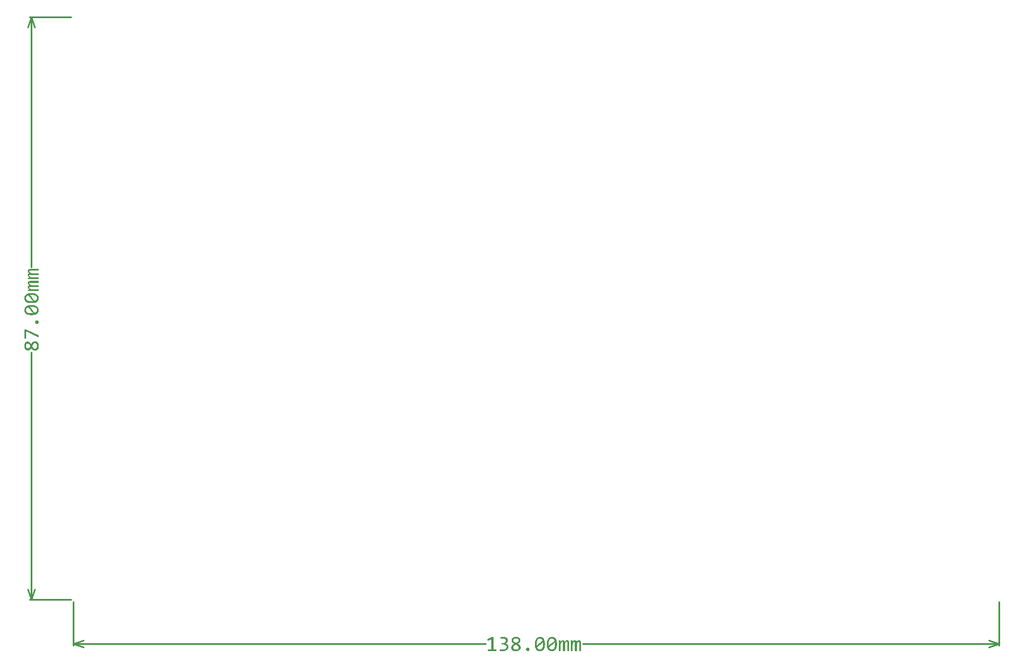
<source format=gm1>
G04*
G04 #@! TF.GenerationSoftware,Altium Limited,Altium Designer,23.5.1 (21)*
G04*
G04 Layer_Color=16711935*
%FSLAX44Y44*%
%MOMM*%
G71*
G04*
G04 #@! TF.SameCoordinates,8DBBECA3-F22B-4787-8F39-2E3879C6619A*
G04*
G04*
G04 #@! TF.FilePolarity,Positive*
G04*
G01*
G75*
%ADD11C,0.2540*%
G36*
X-51565Y490719D02*
X-63006D01*
X-63041D01*
X-63129D01*
X-63270D01*
X-63429D01*
X-63623Y490702D01*
X-63834D01*
X-64028Y490684D01*
X-64222Y490666D01*
X-64240D01*
X-64310Y490649D01*
X-64381D01*
X-64504Y490631D01*
X-64751Y490578D01*
X-64874Y490525D01*
X-64980Y490490D01*
X-64998D01*
X-65033Y490472D01*
X-65139Y490420D01*
X-65262Y490331D01*
X-65368Y490208D01*
X-65385Y490173D01*
X-65438Y490085D01*
X-65473Y489961D01*
X-65491Y489785D01*
Y489732D01*
X-65473Y489679D01*
Y489609D01*
X-65403Y489415D01*
X-65368Y489327D01*
X-65297Y489221D01*
Y489203D01*
X-65262Y489186D01*
X-65209Y489133D01*
X-65139Y489062D01*
X-65050Y488974D01*
X-64945Y488886D01*
X-64821Y488780D01*
X-64663Y488674D01*
X-64645Y488657D01*
X-64592Y488621D01*
X-64486Y488569D01*
X-64363Y488498D01*
X-64204Y488392D01*
X-64010Y488287D01*
X-63781Y488163D01*
X-63534Y488040D01*
X-63499Y488022D01*
X-63411Y487987D01*
X-63252Y487916D01*
X-63059Y487811D01*
X-62812Y487687D01*
X-62512Y487564D01*
X-62177Y487405D01*
X-61807Y487229D01*
X-51565D01*
Y484461D01*
X-62706D01*
X-62724D01*
X-62741D01*
X-62847D01*
X-63006D01*
X-63200D01*
X-63429Y484444D01*
X-63658D01*
X-63905Y484426D01*
X-64116Y484408D01*
X-64134D01*
X-64204Y484391D01*
X-64310D01*
X-64433Y484373D01*
X-64698Y484320D01*
X-64839Y484268D01*
X-64962Y484232D01*
X-64980D01*
X-65015Y484215D01*
X-65121Y484162D01*
X-65262Y484074D01*
X-65315Y484021D01*
X-65368Y483950D01*
X-65385Y483915D01*
X-65438Y483827D01*
X-65473Y483686D01*
X-65491Y483509D01*
Y483421D01*
X-65473Y483351D01*
X-65421Y483175D01*
X-65315Y482998D01*
Y482981D01*
X-65280Y482963D01*
X-65244Y482910D01*
X-65191Y482840D01*
X-65103Y482769D01*
X-65015Y482681D01*
X-64892Y482575D01*
X-64751Y482469D01*
X-64733Y482452D01*
X-64680Y482417D01*
X-64592Y482364D01*
X-64451Y482276D01*
X-64292Y482188D01*
X-64099Y482082D01*
X-63887Y481958D01*
X-63623Y481817D01*
X-63587Y481800D01*
X-63499Y481747D01*
X-63341Y481676D01*
X-63129Y481588D01*
X-62865Y481465D01*
X-62565Y481324D01*
X-62212Y481165D01*
X-61807Y480989D01*
X-51565D01*
Y478221D01*
X-67501D01*
Y480513D01*
X-64469Y480654D01*
X-64486D01*
X-64504Y480672D01*
X-64557Y480689D01*
X-64627Y480724D01*
X-64786Y480795D01*
X-64998Y480901D01*
X-65244Y481024D01*
X-65491Y481165D01*
X-65756Y481306D01*
X-66002Y481447D01*
X-66038Y481465D01*
X-66108Y481518D01*
X-66231Y481588D01*
X-66372Y481694D01*
X-66531Y481817D01*
X-66707Y481941D01*
X-66866Y482082D01*
X-67025Y482240D01*
X-67042Y482258D01*
X-67095Y482311D01*
X-67166Y482399D01*
X-67254Y482505D01*
X-67342Y482646D01*
X-67448Y482804D01*
X-67536Y482963D01*
X-67606Y483139D01*
X-67624Y483157D01*
X-67642Y483228D01*
X-67677Y483316D01*
X-67712Y483457D01*
X-67747Y483598D01*
X-67765Y483774D01*
X-67800Y483968D01*
Y484303D01*
X-67783Y484391D01*
Y484497D01*
X-67765Y484620D01*
X-67695Y484902D01*
X-67589Y485219D01*
X-67448Y485554D01*
X-67236Y485854D01*
X-67095Y486013D01*
X-66954Y486136D01*
X-66937D01*
X-66919Y486171D01*
X-66866Y486207D01*
X-66796Y486242D01*
X-66707Y486295D01*
X-66602Y486348D01*
X-66461Y486400D01*
X-66302Y486471D01*
X-66143Y486541D01*
X-65949Y486594D01*
X-65720Y486647D01*
X-65491Y486700D01*
X-65227Y486753D01*
X-64945Y486771D01*
X-64645Y486806D01*
X-64345D01*
X-64363Y486824D01*
X-64469Y486876D01*
X-64627Y486947D01*
X-64821Y487053D01*
X-65050Y487158D01*
X-65297Y487282D01*
X-65808Y487546D01*
X-65844Y487564D01*
X-65914Y487617D01*
X-66038Y487687D01*
X-66196Y487793D01*
X-66355Y487899D01*
X-66531Y488040D01*
X-66725Y488181D01*
X-66884Y488340D01*
X-66901Y488357D01*
X-66954Y488410D01*
X-67042Y488498D01*
X-67130Y488621D01*
X-67236Y488763D01*
X-67360Y488921D01*
X-67465Y489080D01*
X-67554Y489274D01*
X-67571Y489291D01*
X-67589Y489362D01*
X-67624Y489468D01*
X-67677Y489609D01*
X-67730Y489785D01*
X-67765Y489996D01*
X-67783Y490208D01*
X-67800Y490455D01*
Y490578D01*
X-67765Y490737D01*
X-67730Y490931D01*
X-67659Y491160D01*
X-67554Y491407D01*
X-67413Y491689D01*
X-67219Y491971D01*
X-66972Y492253D01*
X-66672Y492535D01*
X-66496Y492658D01*
X-66302Y492782D01*
X-66073Y492905D01*
X-65844Y493011D01*
X-65597Y493117D01*
X-65315Y493205D01*
X-65015Y493293D01*
X-64698Y493363D01*
X-64345Y493416D01*
X-63975Y493451D01*
X-63587Y493487D01*
X-63164D01*
X-51565D01*
Y490719D01*
D02*
G37*
G36*
Y472845D02*
X-63006D01*
X-63041D01*
X-63129D01*
X-63270D01*
X-63429D01*
X-63623Y472827D01*
X-63834D01*
X-64028Y472810D01*
X-64222Y472792D01*
X-64240D01*
X-64310Y472774D01*
X-64381D01*
X-64504Y472757D01*
X-64751Y472704D01*
X-64874Y472651D01*
X-64980Y472616D01*
X-64998D01*
X-65033Y472598D01*
X-65139Y472545D01*
X-65262Y472457D01*
X-65368Y472334D01*
X-65385Y472298D01*
X-65438Y472210D01*
X-65473Y472087D01*
X-65491Y471911D01*
Y471858D01*
X-65473Y471805D01*
Y471734D01*
X-65403Y471540D01*
X-65368Y471452D01*
X-65297Y471347D01*
Y471329D01*
X-65262Y471311D01*
X-65209Y471258D01*
X-65139Y471188D01*
X-65050Y471100D01*
X-64945Y471012D01*
X-64821Y470906D01*
X-64663Y470800D01*
X-64645Y470782D01*
X-64592Y470747D01*
X-64486Y470694D01*
X-64363Y470624D01*
X-64204Y470518D01*
X-64010Y470412D01*
X-63781Y470289D01*
X-63534Y470165D01*
X-63499Y470148D01*
X-63411Y470112D01*
X-63252Y470042D01*
X-63059Y469936D01*
X-62812Y469813D01*
X-62512Y469689D01*
X-62177Y469531D01*
X-61807Y469355D01*
X-51565D01*
Y466587D01*
X-62706D01*
X-62724D01*
X-62741D01*
X-62847D01*
X-63006D01*
X-63200D01*
X-63429Y466569D01*
X-63658D01*
X-63905Y466552D01*
X-64116Y466534D01*
X-64134D01*
X-64204Y466516D01*
X-64310D01*
X-64433Y466499D01*
X-64698Y466446D01*
X-64839Y466393D01*
X-64962Y466358D01*
X-64980D01*
X-65015Y466340D01*
X-65121Y466287D01*
X-65262Y466199D01*
X-65315Y466146D01*
X-65368Y466076D01*
X-65385Y466041D01*
X-65438Y465952D01*
X-65473Y465811D01*
X-65491Y465635D01*
Y465547D01*
X-65473Y465476D01*
X-65421Y465300D01*
X-65315Y465124D01*
Y465106D01*
X-65280Y465089D01*
X-65244Y465036D01*
X-65191Y464965D01*
X-65103Y464895D01*
X-65015Y464807D01*
X-64892Y464701D01*
X-64751Y464595D01*
X-64733Y464577D01*
X-64680Y464542D01*
X-64592Y464489D01*
X-64451Y464401D01*
X-64292Y464313D01*
X-64099Y464207D01*
X-63887Y464084D01*
X-63623Y463943D01*
X-63587Y463925D01*
X-63499Y463872D01*
X-63341Y463802D01*
X-63129Y463714D01*
X-62865Y463590D01*
X-62565Y463449D01*
X-62212Y463291D01*
X-61807Y463114D01*
X-51565D01*
Y460347D01*
X-67501D01*
Y462638D01*
X-64469Y462780D01*
X-64486D01*
X-64504Y462797D01*
X-64557Y462815D01*
X-64627Y462850D01*
X-64786Y462920D01*
X-64998Y463026D01*
X-65244Y463150D01*
X-65491Y463291D01*
X-65756Y463432D01*
X-66002Y463573D01*
X-66038Y463590D01*
X-66108Y463643D01*
X-66231Y463714D01*
X-66372Y463820D01*
X-66531Y463943D01*
X-66707Y464066D01*
X-66866Y464207D01*
X-67025Y464366D01*
X-67042Y464384D01*
X-67095Y464436D01*
X-67166Y464525D01*
X-67254Y464630D01*
X-67342Y464771D01*
X-67448Y464930D01*
X-67536Y465089D01*
X-67606Y465265D01*
X-67624Y465283D01*
X-67642Y465353D01*
X-67677Y465441D01*
X-67712Y465582D01*
X-67747Y465723D01*
X-67765Y465900D01*
X-67800Y466093D01*
Y466428D01*
X-67783Y466516D01*
Y466622D01*
X-67765Y466746D01*
X-67695Y467028D01*
X-67589Y467345D01*
X-67448Y467680D01*
X-67236Y467980D01*
X-67095Y468138D01*
X-66954Y468262D01*
X-66937D01*
X-66919Y468297D01*
X-66866Y468332D01*
X-66796Y468367D01*
X-66707Y468420D01*
X-66602Y468473D01*
X-66461Y468526D01*
X-66302Y468597D01*
X-66143Y468667D01*
X-65949Y468720D01*
X-65720Y468773D01*
X-65491Y468826D01*
X-65227Y468879D01*
X-64945Y468896D01*
X-64645Y468932D01*
X-64345D01*
X-64363Y468949D01*
X-64469Y469002D01*
X-64627Y469072D01*
X-64821Y469178D01*
X-65050Y469284D01*
X-65297Y469407D01*
X-65808Y469672D01*
X-65844Y469689D01*
X-65914Y469742D01*
X-66038Y469813D01*
X-66196Y469919D01*
X-66355Y470024D01*
X-66531Y470165D01*
X-66725Y470307D01*
X-66884Y470465D01*
X-66901Y470483D01*
X-66954Y470536D01*
X-67042Y470624D01*
X-67130Y470747D01*
X-67236Y470888D01*
X-67360Y471047D01*
X-67465Y471205D01*
X-67554Y471399D01*
X-67571Y471417D01*
X-67589Y471488D01*
X-67624Y471593D01*
X-67677Y471734D01*
X-67730Y471911D01*
X-67765Y472122D01*
X-67783Y472334D01*
X-67800Y472580D01*
Y472704D01*
X-67765Y472863D01*
X-67730Y473056D01*
X-67659Y473285D01*
X-67554Y473532D01*
X-67413Y473814D01*
X-67219Y474096D01*
X-66972Y474378D01*
X-66672Y474660D01*
X-66496Y474784D01*
X-66302Y474907D01*
X-66073Y475031D01*
X-65844Y475136D01*
X-65597Y475242D01*
X-65315Y475330D01*
X-65015Y475419D01*
X-64698Y475489D01*
X-64345Y475542D01*
X-63975Y475577D01*
X-63587Y475612D01*
X-63164D01*
X-51565D01*
Y472845D01*
D02*
G37*
G36*
X-61313Y457509D02*
X-61067D01*
X-60802Y457491D01*
X-60503Y457474D01*
X-60168Y457438D01*
X-59815Y457403D01*
X-59092Y457315D01*
X-58334Y457192D01*
X-57576Y457033D01*
X-57559D01*
X-57488Y457015D01*
X-57382Y456980D01*
X-57241Y456945D01*
X-57083Y456892D01*
X-56889Y456839D01*
X-56660Y456751D01*
X-56431Y456680D01*
X-55902Y456469D01*
X-55338Y456222D01*
X-54756Y455922D01*
X-54209Y455587D01*
X-54192Y455570D01*
X-54157Y455552D01*
X-54068Y455499D01*
X-53980Y455411D01*
X-53857Y455323D01*
X-53734Y455217D01*
X-53575Y455076D01*
X-53416Y454935D01*
X-53064Y454583D01*
X-52711Y454177D01*
X-52358Y453701D01*
X-52041Y453190D01*
Y453172D01*
X-52006Y453120D01*
X-51971Y453049D01*
X-51918Y452943D01*
X-51865Y452802D01*
X-51795Y452626D01*
X-51742Y452432D01*
X-51671Y452220D01*
X-51601Y451991D01*
X-51530Y451727D01*
X-51459Y451445D01*
X-51407Y451145D01*
X-51318Y450511D01*
X-51301Y450158D01*
X-51283Y449806D01*
Y449647D01*
X-51301Y449524D01*
Y449383D01*
X-51318Y449206D01*
X-51336Y449012D01*
X-51354Y448801D01*
X-51442Y448343D01*
X-51548Y447831D01*
X-51689Y447302D01*
X-51900Y446774D01*
Y446756D01*
X-51936Y446721D01*
X-51971Y446650D01*
X-52024Y446544D01*
X-52094Y446421D01*
X-52165Y446298D01*
X-52376Y445980D01*
X-52641Y445610D01*
X-52976Y445222D01*
X-53363Y444817D01*
X-53822Y444447D01*
X-53839Y444429D01*
X-53875Y444412D01*
X-53963Y444359D01*
X-54051Y444288D01*
X-54192Y444200D01*
X-54333Y444112D01*
X-54527Y444006D01*
X-54721Y443900D01*
X-54950Y443777D01*
X-55197Y443653D01*
X-55479Y443530D01*
X-55778Y443407D01*
X-56078Y443283D01*
X-56413Y443160D01*
X-56765Y443054D01*
X-57136Y442948D01*
X-57153D01*
X-57224Y442931D01*
X-57347Y442896D01*
X-57488Y442878D01*
X-57682Y442825D01*
X-57929Y442790D01*
X-58193Y442737D01*
X-58493Y442702D01*
X-58828Y442649D01*
X-59198Y442596D01*
X-59586Y442561D01*
X-60009Y442525D01*
X-60467Y442490D01*
X-60926Y442455D01*
X-61419Y442437D01*
X-61930D01*
X-61966D01*
X-62036D01*
X-62160D01*
X-62336D01*
X-62547Y442455D01*
X-62794D01*
X-63059Y442472D01*
X-63376Y442490D01*
X-63693Y442525D01*
X-64046Y442561D01*
X-64768Y442631D01*
X-65526Y442755D01*
X-66284Y442913D01*
X-66302D01*
X-66372Y442931D01*
X-66478Y442966D01*
X-66619Y443001D01*
X-66778Y443054D01*
X-66989Y443107D01*
X-67201Y443195D01*
X-67448Y443266D01*
X-67977Y443477D01*
X-68541Y443724D01*
X-69105Y444006D01*
X-69651Y444341D01*
X-69669Y444359D01*
X-69722Y444394D01*
X-69792Y444447D01*
X-69880Y444517D01*
X-70004Y444605D01*
X-70145Y444729D01*
X-70286Y444852D01*
X-70462Y445011D01*
X-70797Y445363D01*
X-71167Y445769D01*
X-71520Y446245D01*
X-71837Y446756D01*
X-71855Y446774D01*
X-71872Y446827D01*
X-71908Y446897D01*
X-71960Y447020D01*
X-72013Y447144D01*
X-72084Y447320D01*
X-72154Y447514D01*
X-72225Y447725D01*
X-72295Y447955D01*
X-72366Y448219D01*
X-72436Y448501D01*
X-72489Y448801D01*
X-72577Y449435D01*
X-72613Y449788D01*
Y450299D01*
X-72595Y450423D01*
Y450564D01*
X-72577Y450740D01*
X-72560Y450934D01*
X-72542Y451145D01*
X-72454Y451604D01*
X-72348Y452115D01*
X-72190Y452644D01*
X-71978Y453155D01*
Y453172D01*
X-71943Y453208D01*
X-71908Y453296D01*
X-71855Y453384D01*
X-71784Y453507D01*
X-71714Y453648D01*
X-71502Y453966D01*
X-71220Y454336D01*
X-70885Y454724D01*
X-70497Y455129D01*
X-70039Y455499D01*
X-70021Y455517D01*
X-69986Y455535D01*
X-69898Y455587D01*
X-69810Y455658D01*
X-69669Y455746D01*
X-69528Y455834D01*
X-69334Y455940D01*
X-69140Y456046D01*
X-68911Y456169D01*
X-68646Y456292D01*
X-68382Y456416D01*
X-68082Y456539D01*
X-67765Y456663D01*
X-67430Y456786D01*
X-67078Y456892D01*
X-66707Y456998D01*
X-66690D01*
X-66619Y457015D01*
X-66496Y457051D01*
X-66355Y457086D01*
X-66161Y457121D01*
X-65932Y457174D01*
X-65667Y457209D01*
X-65350Y457262D01*
X-65015Y457315D01*
X-64663Y457368D01*
X-64257Y457403D01*
X-63852Y457438D01*
X-63393Y457474D01*
X-62935Y457509D01*
X-62442Y457526D01*
X-61930D01*
X-61895D01*
X-61825D01*
X-61701D01*
X-61525D01*
X-61313Y457509D01*
D02*
G37*
G36*
Y439634D02*
X-61067D01*
X-60802Y439617D01*
X-60503Y439599D01*
X-60168Y439564D01*
X-59815Y439529D01*
X-59092Y439440D01*
X-58334Y439317D01*
X-57576Y439159D01*
X-57559D01*
X-57488Y439141D01*
X-57382Y439106D01*
X-57241Y439070D01*
X-57083Y439017D01*
X-56889Y438965D01*
X-56660Y438876D01*
X-56431Y438806D01*
X-55902Y438594D01*
X-55338Y438348D01*
X-54756Y438048D01*
X-54209Y437713D01*
X-54192Y437695D01*
X-54157Y437678D01*
X-54068Y437625D01*
X-53980Y437537D01*
X-53857Y437449D01*
X-53734Y437343D01*
X-53575Y437202D01*
X-53416Y437061D01*
X-53064Y436708D01*
X-52711Y436303D01*
X-52358Y435827D01*
X-52041Y435316D01*
Y435298D01*
X-52006Y435245D01*
X-51971Y435175D01*
X-51918Y435069D01*
X-51865Y434928D01*
X-51795Y434752D01*
X-51742Y434558D01*
X-51671Y434346D01*
X-51601Y434117D01*
X-51530Y433853D01*
X-51459Y433571D01*
X-51407Y433271D01*
X-51318Y432636D01*
X-51301Y432284D01*
X-51283Y431931D01*
Y431772D01*
X-51301Y431649D01*
Y431508D01*
X-51318Y431332D01*
X-51336Y431138D01*
X-51354Y430926D01*
X-51442Y430468D01*
X-51548Y429957D01*
X-51689Y429428D01*
X-51900Y428899D01*
Y428882D01*
X-51936Y428846D01*
X-51971Y428776D01*
X-52024Y428670D01*
X-52094Y428547D01*
X-52165Y428423D01*
X-52376Y428106D01*
X-52641Y427736D01*
X-52976Y427348D01*
X-53363Y426943D01*
X-53822Y426572D01*
X-53839Y426555D01*
X-53875Y426537D01*
X-53963Y426484D01*
X-54051Y426414D01*
X-54192Y426326D01*
X-54333Y426237D01*
X-54527Y426132D01*
X-54721Y426026D01*
X-54950Y425902D01*
X-55197Y425779D01*
X-55479Y425656D01*
X-55778Y425532D01*
X-56078Y425409D01*
X-56413Y425286D01*
X-56765Y425180D01*
X-57136Y425074D01*
X-57153D01*
X-57224Y425056D01*
X-57347Y425021D01*
X-57488Y425004D01*
X-57682Y424951D01*
X-57929Y424915D01*
X-58193Y424863D01*
X-58493Y424827D01*
X-58828Y424774D01*
X-59198Y424721D01*
X-59586Y424686D01*
X-60009Y424651D01*
X-60467Y424616D01*
X-60926Y424580D01*
X-61419Y424563D01*
X-61930D01*
X-61966D01*
X-62036D01*
X-62160D01*
X-62336D01*
X-62547Y424580D01*
X-62794D01*
X-63059Y424598D01*
X-63376Y424616D01*
X-63693Y424651D01*
X-64046Y424686D01*
X-64768Y424757D01*
X-65526Y424880D01*
X-66284Y425039D01*
X-66302D01*
X-66372Y425056D01*
X-66478Y425092D01*
X-66619Y425127D01*
X-66778Y425180D01*
X-66989Y425233D01*
X-67201Y425321D01*
X-67448Y425391D01*
X-67977Y425603D01*
X-68541Y425850D01*
X-69105Y426132D01*
X-69651Y426467D01*
X-69669Y426484D01*
X-69722Y426520D01*
X-69792Y426572D01*
X-69880Y426643D01*
X-70004Y426731D01*
X-70145Y426854D01*
X-70286Y426978D01*
X-70462Y427136D01*
X-70797Y427489D01*
X-71167Y427894D01*
X-71520Y428370D01*
X-71837Y428882D01*
X-71855Y428899D01*
X-71872Y428952D01*
X-71908Y429023D01*
X-71960Y429146D01*
X-72013Y429269D01*
X-72084Y429446D01*
X-72154Y429640D01*
X-72225Y429851D01*
X-72295Y430080D01*
X-72366Y430345D01*
X-72436Y430627D01*
X-72489Y430926D01*
X-72577Y431561D01*
X-72613Y431913D01*
Y432425D01*
X-72595Y432548D01*
Y432689D01*
X-72577Y432865D01*
X-72560Y433059D01*
X-72542Y433271D01*
X-72454Y433729D01*
X-72348Y434240D01*
X-72190Y434769D01*
X-71978Y435280D01*
Y435298D01*
X-71943Y435333D01*
X-71908Y435421D01*
X-71855Y435510D01*
X-71784Y435633D01*
X-71714Y435774D01*
X-71502Y436091D01*
X-71220Y436461D01*
X-70885Y436849D01*
X-70497Y437255D01*
X-70039Y437625D01*
X-70021Y437643D01*
X-69986Y437660D01*
X-69898Y437713D01*
X-69810Y437784D01*
X-69669Y437872D01*
X-69528Y437960D01*
X-69334Y438066D01*
X-69140Y438171D01*
X-68911Y438295D01*
X-68646Y438418D01*
X-68382Y438541D01*
X-68082Y438665D01*
X-67765Y438788D01*
X-67430Y438912D01*
X-67078Y439017D01*
X-66707Y439123D01*
X-66690D01*
X-66619Y439141D01*
X-66496Y439176D01*
X-66355Y439211D01*
X-66161Y439247D01*
X-65932Y439300D01*
X-65667Y439335D01*
X-65350Y439388D01*
X-65015Y439440D01*
X-64663Y439493D01*
X-64257Y439529D01*
X-63852Y439564D01*
X-63393Y439599D01*
X-62935Y439634D01*
X-62442Y439652D01*
X-61930D01*
X-61895D01*
X-61825D01*
X-61701D01*
X-61525D01*
X-61313Y439634D01*
D02*
G37*
G36*
X-53698Y416718D02*
X-53575D01*
X-53416Y416683D01*
X-53240Y416648D01*
X-53064Y416595D01*
X-52870Y416525D01*
X-52852Y416507D01*
X-52799Y416489D01*
X-52694Y416437D01*
X-52588Y416384D01*
X-52323Y416190D01*
X-52041Y415961D01*
X-52024Y415943D01*
X-51988Y415890D01*
X-51918Y415820D01*
X-51847Y415731D01*
X-51759Y415608D01*
X-51671Y415449D01*
X-51583Y415291D01*
X-51495Y415114D01*
Y415097D01*
X-51459Y415026D01*
X-51424Y414938D01*
X-51389Y414815D01*
X-51354Y414656D01*
X-51318Y414480D01*
X-51301Y414286D01*
X-51283Y414092D01*
Y414004D01*
X-51301Y413881D01*
X-51318Y413757D01*
X-51336Y413599D01*
X-51371Y413422D01*
X-51424Y413228D01*
X-51495Y413052D01*
X-51512Y413034D01*
X-51530Y412981D01*
X-51583Y412876D01*
X-51636Y412770D01*
X-51812Y412506D01*
X-52041Y412224D01*
X-52059Y412206D01*
X-52112Y412171D01*
X-52182Y412100D01*
X-52270Y412030D01*
X-52394Y411924D01*
X-52535Y411836D01*
X-52870Y411659D01*
X-52887D01*
X-52958Y411624D01*
X-53046Y411606D01*
X-53187Y411571D01*
X-53328Y411536D01*
X-53504Y411501D01*
X-53698Y411483D01*
X-53892Y411465D01*
X-53910D01*
X-53980D01*
X-54104Y411483D01*
X-54227D01*
X-54386Y411518D01*
X-54562Y411554D01*
X-54756Y411589D01*
X-54932Y411659D01*
X-54950Y411677D01*
X-55020Y411695D01*
X-55108Y411748D01*
X-55232Y411818D01*
X-55496Y411994D01*
X-55778Y412224D01*
X-55796Y412241D01*
X-55849Y412294D01*
X-55902Y412365D01*
X-55990Y412453D01*
X-56078Y412576D01*
X-56184Y412717D01*
X-56360Y413052D01*
X-56378Y413070D01*
X-56395Y413140D01*
X-56431Y413228D01*
X-56466Y413369D01*
X-56501Y413510D01*
X-56536Y413687D01*
X-56571Y413881D01*
Y414180D01*
X-56554Y414286D01*
Y414427D01*
X-56519Y414586D01*
X-56483Y414762D01*
X-56431Y414938D01*
X-56360Y415114D01*
X-56342Y415132D01*
X-56325Y415203D01*
X-56272Y415291D01*
X-56201Y415414D01*
X-56025Y415678D01*
X-55778Y415961D01*
X-55761Y415978D01*
X-55708Y416013D01*
X-55637Y416084D01*
X-55549Y416172D01*
X-55426Y416260D01*
X-55267Y416348D01*
X-55108Y416437D01*
X-54932Y416525D01*
X-54914Y416542D01*
X-54844Y416560D01*
X-54756Y416595D01*
X-54633Y416630D01*
X-54474Y416666D01*
X-54298Y416701D01*
X-54104Y416736D01*
X-53892D01*
X-53875D01*
X-53804D01*
X-53698Y416718D01*
D02*
G37*
G36*
X-51565Y394596D02*
Y391441D01*
X-69739Y400466D01*
Y389272D01*
X-72313D01*
Y403304D01*
X-69739D01*
X-51565Y394596D01*
D02*
G37*
G36*
X-56431Y385535D02*
X-56290Y385518D01*
X-55972Y385482D01*
X-55620Y385412D01*
X-55214Y385324D01*
X-54809Y385183D01*
X-54421Y385006D01*
X-54403D01*
X-54368Y384989D01*
X-54315Y384954D01*
X-54245Y384901D01*
X-54068Y384777D01*
X-53822Y384619D01*
X-53557Y384389D01*
X-53258Y384143D01*
X-52976Y383843D01*
X-52694Y383490D01*
Y383473D01*
X-52658Y383455D01*
X-52623Y383385D01*
X-52588Y383314D01*
X-52517Y383226D01*
X-52464Y383120D01*
X-52306Y382838D01*
X-52129Y382503D01*
X-51953Y382116D01*
X-51795Y381675D01*
X-51636Y381199D01*
Y381181D01*
X-51618Y381146D01*
X-51601Y381076D01*
X-51583Y380970D01*
X-51548Y380846D01*
X-51530Y380705D01*
X-51495Y380547D01*
X-51459Y380353D01*
X-51424Y380141D01*
X-51389Y379930D01*
X-51336Y379436D01*
X-51301Y378907D01*
X-51283Y378343D01*
Y378061D01*
X-51301Y377920D01*
Y377744D01*
X-51318Y377550D01*
X-51336Y377338D01*
X-51371Y376862D01*
X-51442Y376369D01*
X-51530Y375858D01*
X-51653Y375347D01*
Y375329D01*
X-51671Y375294D01*
X-51689Y375223D01*
X-51724Y375135D01*
X-51759Y375029D01*
X-51812Y374888D01*
X-51936Y374589D01*
X-52077Y374254D01*
X-52270Y373884D01*
X-52482Y373531D01*
X-52711Y373178D01*
Y373161D01*
X-52746Y373143D01*
X-52835Y373037D01*
X-52976Y372879D01*
X-53169Y372685D01*
X-53416Y372473D01*
X-53681Y372262D01*
X-53998Y372050D01*
X-54333Y371874D01*
X-54351D01*
X-54368Y371856D01*
X-54421Y371839D01*
X-54492Y371803D01*
X-54685Y371733D01*
X-54950Y371662D01*
X-55250Y371574D01*
X-55602Y371504D01*
X-55990Y371451D01*
X-56395Y371433D01*
X-56413D01*
X-56483D01*
X-56589D01*
X-56713Y371451D01*
X-56889Y371469D01*
X-57083Y371486D01*
X-57294Y371521D01*
X-57523Y371574D01*
X-58052Y371698D01*
X-58317Y371786D01*
X-58599Y371874D01*
X-58881Y371997D01*
X-59163Y372138D01*
X-59427Y372297D01*
X-59692Y372491D01*
X-59709Y372509D01*
X-59762Y372544D01*
X-59833Y372597D01*
X-59921Y372685D01*
X-60044Y372808D01*
X-60185Y372949D01*
X-60344Y373108D01*
X-60520Y373302D01*
X-60714Y373513D01*
X-60908Y373760D01*
X-61119Y374025D01*
X-61331Y374324D01*
X-61543Y374641D01*
X-61772Y374994D01*
X-61983Y375364D01*
X-62195Y375770D01*
X-62212Y375752D01*
X-62248Y375681D01*
X-62301Y375576D01*
X-62371Y375435D01*
X-62477Y375276D01*
X-62583Y375082D01*
X-62724Y374871D01*
X-62865Y374641D01*
X-63217Y374148D01*
X-63605Y373672D01*
X-64028Y373196D01*
X-64257Y373002D01*
X-64486Y372808D01*
X-64504Y372791D01*
X-64539Y372773D01*
X-64610Y372720D01*
X-64715Y372667D01*
X-64839Y372597D01*
X-64980Y372509D01*
X-65139Y372420D01*
X-65332Y372350D01*
X-65526Y372262D01*
X-65756Y372174D01*
X-66249Y372015D01*
X-66796Y371909D01*
X-67095Y371892D01*
X-67395Y371874D01*
X-67413D01*
X-67448D01*
X-67501D01*
X-67571D01*
X-67765Y371892D01*
X-68012Y371927D01*
X-68312Y371980D01*
X-68629Y372050D01*
X-68981Y372138D01*
X-69334Y372279D01*
X-69352D01*
X-69369Y372297D01*
X-69422Y372315D01*
X-69493Y372350D01*
X-69669Y372456D01*
X-69898Y372579D01*
X-70145Y372755D01*
X-70427Y372967D01*
X-70709Y373231D01*
X-70991Y373513D01*
X-71009Y373531D01*
X-71026Y373549D01*
X-71061Y373601D01*
X-71114Y373672D01*
X-71255Y373848D01*
X-71414Y374095D01*
X-71608Y374395D01*
X-71802Y374747D01*
X-71996Y375170D01*
X-72172Y375611D01*
Y375629D01*
X-72190Y375664D01*
X-72207Y375734D01*
X-72242Y375840D01*
X-72278Y375946D01*
X-72313Y376105D01*
X-72348Y376263D01*
X-72401Y376457D01*
X-72436Y376651D01*
X-72472Y376880D01*
X-72507Y377127D01*
X-72542Y377391D01*
X-72595Y377956D01*
X-72613Y378572D01*
Y378837D01*
X-72595Y378978D01*
Y379137D01*
X-72577Y379330D01*
Y379524D01*
X-72524Y379965D01*
X-72472Y380441D01*
X-72383Y380917D01*
X-72260Y381393D01*
Y381410D01*
X-72242Y381446D01*
X-72225Y381516D01*
X-72207Y381604D01*
X-72172Y381693D01*
X-72119Y381816D01*
X-72013Y382098D01*
X-71872Y382433D01*
X-71714Y382768D01*
X-71520Y383120D01*
X-71291Y383438D01*
Y383455D01*
X-71255Y383473D01*
X-71185Y383579D01*
X-71044Y383720D01*
X-70868Y383896D01*
X-70638Y384108D01*
X-70374Y384301D01*
X-70074Y384495D01*
X-69739Y384672D01*
X-69722D01*
X-69704Y384689D01*
X-69651Y384707D01*
X-69581Y384742D01*
X-69404Y384813D01*
X-69158Y384883D01*
X-68858Y384954D01*
X-68505Y385024D01*
X-68135Y385077D01*
X-67730Y385095D01*
X-67712D01*
X-67642D01*
X-67554D01*
X-67430Y385077D01*
X-67271Y385059D01*
X-67095Y385042D01*
X-66884Y385006D01*
X-66672Y384971D01*
X-66179Y384848D01*
X-65932Y384760D01*
X-65667Y384672D01*
X-65403Y384548D01*
X-65139Y384407D01*
X-64892Y384249D01*
X-64645Y384072D01*
X-64627Y384055D01*
X-64592Y384019D01*
X-64522Y383966D01*
X-64433Y383878D01*
X-64328Y383790D01*
X-64187Y383649D01*
X-64046Y383508D01*
X-63887Y383332D01*
X-63728Y383156D01*
X-63552Y382926D01*
X-63358Y382697D01*
X-63182Y382450D01*
X-62988Y382169D01*
X-62794Y381869D01*
X-62600Y381552D01*
X-62424Y381217D01*
Y381234D01*
X-62406Y381252D01*
X-62371Y381305D01*
X-62336Y381375D01*
X-62248Y381552D01*
X-62124Y381781D01*
X-61966Y382045D01*
X-61807Y382327D01*
X-61613Y382627D01*
X-61402Y382926D01*
Y382944D01*
X-61384Y382962D01*
X-61313Y383068D01*
X-61190Y383209D01*
X-61049Y383402D01*
X-60855Y383614D01*
X-60644Y383843D01*
X-60414Y384072D01*
X-60168Y384301D01*
X-60132Y384337D01*
X-60044Y384407D01*
X-59903Y384513D01*
X-59727Y384636D01*
X-59498Y384795D01*
X-59233Y384936D01*
X-58951Y385095D01*
X-58634Y385218D01*
X-58616D01*
X-58599Y385236D01*
X-58493Y385271D01*
X-58317Y385324D01*
X-58088Y385394D01*
X-57806Y385447D01*
X-57488Y385500D01*
X-57153Y385535D01*
X-56765Y385553D01*
X-56748D01*
X-56713D01*
X-56642D01*
X-56536D01*
X-56431Y385535D01*
D02*
G37*
G36*
X754551Y-60505D02*
X754744Y-60540D01*
X754974Y-60611D01*
X755220Y-60717D01*
X755502Y-60858D01*
X755785Y-61051D01*
X756067Y-61298D01*
X756349Y-61598D01*
X756472Y-61774D01*
X756595Y-61968D01*
X756719Y-62197D01*
X756825Y-62426D01*
X756930Y-62673D01*
X757019Y-62955D01*
X757107Y-63255D01*
X757177Y-63572D01*
X757230Y-63925D01*
X757265Y-64295D01*
X757300Y-64683D01*
Y-65106D01*
Y-76705D01*
X754533D01*
Y-65264D01*
Y-65229D01*
Y-65141D01*
Y-65000D01*
Y-64841D01*
X754515Y-64647D01*
Y-64436D01*
X754498Y-64242D01*
X754480Y-64048D01*
Y-64030D01*
X754463Y-63960D01*
Y-63889D01*
X754445Y-63766D01*
X754392Y-63519D01*
X754339Y-63396D01*
X754304Y-63290D01*
Y-63273D01*
X754286Y-63237D01*
X754233Y-63131D01*
X754145Y-63008D01*
X754022Y-62902D01*
X753987Y-62885D01*
X753898Y-62832D01*
X753775Y-62797D01*
X753599Y-62779D01*
X753546D01*
X753493Y-62797D01*
X753422D01*
X753229Y-62867D01*
X753140Y-62902D01*
X753035Y-62973D01*
X753017D01*
X752999Y-63008D01*
X752946Y-63061D01*
X752876Y-63131D01*
X752788Y-63220D01*
X752700Y-63325D01*
X752594Y-63449D01*
X752488Y-63607D01*
X752471Y-63625D01*
X752435Y-63678D01*
X752382Y-63784D01*
X752312Y-63907D01*
X752206Y-64066D01*
X752100Y-64260D01*
X751977Y-64489D01*
X751854Y-64736D01*
X751836Y-64771D01*
X751801Y-64859D01*
X751730Y-65018D01*
X751625Y-65212D01*
X751501Y-65458D01*
X751378Y-65758D01*
X751219Y-66093D01*
X751043Y-66463D01*
Y-76705D01*
X748275D01*
Y-65564D01*
Y-65546D01*
Y-65529D01*
Y-65423D01*
Y-65264D01*
Y-65071D01*
X748258Y-64841D01*
Y-64612D01*
X748240Y-64365D01*
X748222Y-64154D01*
Y-64136D01*
X748205Y-64066D01*
Y-63960D01*
X748187Y-63836D01*
X748134Y-63572D01*
X748081Y-63431D01*
X748046Y-63308D01*
Y-63290D01*
X748028Y-63255D01*
X747975Y-63149D01*
X747887Y-63008D01*
X747834Y-62955D01*
X747764Y-62902D01*
X747729Y-62885D01*
X747641Y-62832D01*
X747500Y-62797D01*
X747323Y-62779D01*
X747235D01*
X747165Y-62797D01*
X746988Y-62849D01*
X746812Y-62955D01*
X746795D01*
X746777Y-62990D01*
X746724Y-63026D01*
X746654Y-63079D01*
X746583Y-63167D01*
X746495Y-63255D01*
X746389Y-63378D01*
X746283Y-63519D01*
X746266Y-63537D01*
X746230Y-63590D01*
X746178Y-63678D01*
X746089Y-63819D01*
X746001Y-63978D01*
X745895Y-64172D01*
X745772Y-64383D01*
X745631Y-64647D01*
X745613Y-64683D01*
X745561Y-64771D01*
X745490Y-64929D01*
X745402Y-65141D01*
X745278Y-65405D01*
X745137Y-65705D01*
X744979Y-66058D01*
X744803Y-66463D01*
Y-76705D01*
X742035D01*
Y-60769D01*
X744327D01*
X744468Y-63801D01*
Y-63784D01*
X744485Y-63766D01*
X744503Y-63713D01*
X744538Y-63643D01*
X744609Y-63484D01*
X744714Y-63273D01*
X744838Y-63026D01*
X744979Y-62779D01*
X745120Y-62515D01*
X745261Y-62268D01*
X745278Y-62232D01*
X745331Y-62162D01*
X745402Y-62038D01*
X745508Y-61898D01*
X745631Y-61739D01*
X745754Y-61563D01*
X745895Y-61404D01*
X746054Y-61245D01*
X746072Y-61228D01*
X746125Y-61175D01*
X746213Y-61104D01*
X746319Y-61016D01*
X746460Y-60928D01*
X746618Y-60822D01*
X746777Y-60734D01*
X746953Y-60664D01*
X746971Y-60646D01*
X747041Y-60628D01*
X747129Y-60593D01*
X747270Y-60558D01*
X747411Y-60523D01*
X747588Y-60505D01*
X747782Y-60470D01*
X748117D01*
X748205Y-60487D01*
X748310D01*
X748434Y-60505D01*
X748716Y-60575D01*
X749033Y-60681D01*
X749368Y-60822D01*
X749668Y-61034D01*
X749826Y-61175D01*
X749950Y-61316D01*
Y-61333D01*
X749985Y-61351D01*
X750020Y-61404D01*
X750056Y-61474D01*
X750108Y-61563D01*
X750161Y-61668D01*
X750214Y-61809D01*
X750285Y-61968D01*
X750355Y-62127D01*
X750408Y-62321D01*
X750461Y-62550D01*
X750514Y-62779D01*
X750567Y-63043D01*
X750584Y-63325D01*
X750620Y-63625D01*
Y-63925D01*
X750637Y-63907D01*
X750690Y-63801D01*
X750761Y-63643D01*
X750866Y-63449D01*
X750972Y-63220D01*
X751096Y-62973D01*
X751360Y-62462D01*
X751378Y-62426D01*
X751431Y-62356D01*
X751501Y-62232D01*
X751607Y-62074D01*
X751713Y-61915D01*
X751854Y-61739D01*
X751995Y-61545D01*
X752153Y-61386D01*
X752171Y-61369D01*
X752224Y-61316D01*
X752312Y-61228D01*
X752435Y-61139D01*
X752576Y-61034D01*
X752735Y-60910D01*
X752894Y-60805D01*
X753087Y-60717D01*
X753105Y-60699D01*
X753176Y-60681D01*
X753281Y-60646D01*
X753422Y-60593D01*
X753599Y-60540D01*
X753810Y-60505D01*
X754022Y-60487D01*
X754269Y-60470D01*
X754392D01*
X754551Y-60505D01*
D02*
G37*
G36*
X736676D02*
X736870Y-60540D01*
X737099Y-60611D01*
X737346Y-60717D01*
X737628Y-60858D01*
X737910Y-61051D01*
X738192Y-61298D01*
X738474Y-61598D01*
X738598Y-61774D01*
X738721Y-61968D01*
X738844Y-62197D01*
X738950Y-62426D01*
X739056Y-62673D01*
X739144Y-62955D01*
X739232Y-63255D01*
X739303Y-63572D01*
X739356Y-63925D01*
X739391Y-64295D01*
X739426Y-64683D01*
Y-65106D01*
Y-76705D01*
X736659D01*
Y-65264D01*
Y-65229D01*
Y-65141D01*
Y-65000D01*
Y-64841D01*
X736641Y-64647D01*
Y-64436D01*
X736623Y-64242D01*
X736606Y-64048D01*
Y-64030D01*
X736588Y-63960D01*
Y-63889D01*
X736571Y-63766D01*
X736518Y-63519D01*
X736465Y-63396D01*
X736430Y-63290D01*
Y-63273D01*
X736412Y-63237D01*
X736359Y-63131D01*
X736271Y-63008D01*
X736147Y-62902D01*
X736112Y-62885D01*
X736024Y-62832D01*
X735901Y-62797D01*
X735724Y-62779D01*
X735671D01*
X735619Y-62797D01*
X735548D01*
X735354Y-62867D01*
X735266Y-62902D01*
X735160Y-62973D01*
X735143D01*
X735125Y-63008D01*
X735072Y-63061D01*
X735002Y-63131D01*
X734913Y-63220D01*
X734825Y-63325D01*
X734720Y-63449D01*
X734614Y-63607D01*
X734596Y-63625D01*
X734561Y-63678D01*
X734508Y-63784D01*
X734437Y-63907D01*
X734332Y-64066D01*
X734226Y-64260D01*
X734103Y-64489D01*
X733979Y-64736D01*
X733962Y-64771D01*
X733926Y-64859D01*
X733856Y-65018D01*
X733750Y-65212D01*
X733627Y-65458D01*
X733503Y-65758D01*
X733345Y-66093D01*
X733168Y-66463D01*
Y-76705D01*
X730401D01*
Y-65564D01*
Y-65546D01*
Y-65529D01*
Y-65423D01*
Y-65264D01*
Y-65071D01*
X730383Y-64841D01*
Y-64612D01*
X730366Y-64365D01*
X730348Y-64154D01*
Y-64136D01*
X730330Y-64066D01*
Y-63960D01*
X730313Y-63836D01*
X730260Y-63572D01*
X730207Y-63431D01*
X730172Y-63308D01*
Y-63290D01*
X730154Y-63255D01*
X730101Y-63149D01*
X730013Y-63008D01*
X729960Y-62955D01*
X729890Y-62902D01*
X729854Y-62885D01*
X729766Y-62832D01*
X729625Y-62797D01*
X729449Y-62779D01*
X729361D01*
X729290Y-62797D01*
X729114Y-62849D01*
X728938Y-62955D01*
X728920D01*
X728903Y-62990D01*
X728850Y-63026D01*
X728779Y-63079D01*
X728709Y-63167D01*
X728620Y-63255D01*
X728515Y-63378D01*
X728409Y-63519D01*
X728391Y-63537D01*
X728356Y-63590D01*
X728303Y-63678D01*
X728215Y-63819D01*
X728127Y-63978D01*
X728021Y-64172D01*
X727898Y-64383D01*
X727757Y-64647D01*
X727739Y-64683D01*
X727686Y-64771D01*
X727616Y-64929D01*
X727527Y-65141D01*
X727404Y-65405D01*
X727263Y-65705D01*
X727104Y-66058D01*
X726928Y-66463D01*
Y-76705D01*
X724161D01*
Y-60769D01*
X726452D01*
X726593Y-63801D01*
Y-63784D01*
X726611Y-63766D01*
X726628Y-63713D01*
X726664Y-63643D01*
X726734Y-63484D01*
X726840Y-63273D01*
X726963Y-63026D01*
X727104Y-62779D01*
X727245Y-62515D01*
X727386Y-62268D01*
X727404Y-62232D01*
X727457Y-62162D01*
X727527Y-62038D01*
X727633Y-61898D01*
X727757Y-61739D01*
X727880Y-61563D01*
X728021Y-61404D01*
X728180Y-61245D01*
X728197Y-61228D01*
X728250Y-61175D01*
X728338Y-61104D01*
X728444Y-61016D01*
X728585Y-60928D01*
X728744Y-60822D01*
X728903Y-60734D01*
X729079Y-60664D01*
X729096Y-60646D01*
X729167Y-60628D01*
X729255Y-60593D01*
X729396Y-60558D01*
X729537Y-60523D01*
X729713Y-60505D01*
X729907Y-60470D01*
X730242D01*
X730330Y-60487D01*
X730436D01*
X730559Y-60505D01*
X730842Y-60575D01*
X731159Y-60681D01*
X731494Y-60822D01*
X731793Y-61034D01*
X731952Y-61175D01*
X732075Y-61316D01*
Y-61333D01*
X732111Y-61351D01*
X732146Y-61404D01*
X732181Y-61474D01*
X732234Y-61563D01*
X732287Y-61668D01*
X732340Y-61809D01*
X732410Y-61968D01*
X732481Y-62127D01*
X732534Y-62321D01*
X732587Y-62550D01*
X732639Y-62779D01*
X732692Y-63043D01*
X732710Y-63325D01*
X732745Y-63625D01*
Y-63925D01*
X732763Y-63907D01*
X732816Y-63801D01*
X732886Y-63643D01*
X732992Y-63449D01*
X733098Y-63220D01*
X733221Y-62973D01*
X733486Y-62462D01*
X733503Y-62426D01*
X733556Y-62356D01*
X733627Y-62232D01*
X733732Y-62074D01*
X733838Y-61915D01*
X733979Y-61739D01*
X734120Y-61545D01*
X734279Y-61386D01*
X734296Y-61369D01*
X734349Y-61316D01*
X734437Y-61228D01*
X734561Y-61139D01*
X734702Y-61034D01*
X734861Y-60910D01*
X735019Y-60805D01*
X735213Y-60717D01*
X735231Y-60699D01*
X735301Y-60681D01*
X735407Y-60646D01*
X735548Y-60593D01*
X735724Y-60540D01*
X735936Y-60505D01*
X736147Y-60487D01*
X736394Y-60470D01*
X736518D01*
X736676Y-60505D01*
D02*
G37*
G36*
X641699Y-55675D02*
X641857D01*
X642051Y-55693D01*
X642245Y-55710D01*
X642703Y-55746D01*
X643179Y-55816D01*
X643691Y-55904D01*
X644167Y-56027D01*
X644184D01*
X644220Y-56045D01*
X644290Y-56063D01*
X644378Y-56098D01*
X644484Y-56133D01*
X644607Y-56168D01*
X644907Y-56292D01*
X645224Y-56433D01*
X645577Y-56609D01*
X645929Y-56821D01*
X646264Y-57050D01*
X646282D01*
X646300Y-57085D01*
X646405Y-57173D01*
X646546Y-57314D01*
X646740Y-57508D01*
X646952Y-57737D01*
X647163Y-58019D01*
X647357Y-58337D01*
X647533Y-58672D01*
Y-58689D01*
X647551Y-58707D01*
X647569Y-58760D01*
X647604Y-58830D01*
X647639Y-58936D01*
X647674Y-59042D01*
X647763Y-59289D01*
X647833Y-59606D01*
X647904Y-59976D01*
X647956Y-60381D01*
X647974Y-60822D01*
Y-60840D01*
Y-60893D01*
Y-60999D01*
X647956Y-61122D01*
X647939Y-61263D01*
X647921Y-61457D01*
X647904Y-61651D01*
X647868Y-61862D01*
X647745Y-62338D01*
X647586Y-62832D01*
X647481Y-63096D01*
X647357Y-63343D01*
X647216Y-63590D01*
X647057Y-63819D01*
X647040Y-63836D01*
X647022Y-63872D01*
X646969Y-63942D01*
X646899Y-64013D01*
X646793Y-64119D01*
X646687Y-64242D01*
X646546Y-64365D01*
X646405Y-64506D01*
X646229Y-64647D01*
X646053Y-64806D01*
X645841Y-64965D01*
X645612Y-65123D01*
X645118Y-65441D01*
X644554Y-65723D01*
X644590D01*
X644695Y-65758D01*
X644854Y-65793D01*
X645066Y-65846D01*
X645295Y-65917D01*
X645559Y-66005D01*
X645859Y-66111D01*
X646141Y-66252D01*
X646159D01*
X646176Y-66269D01*
X646282Y-66322D01*
X646423Y-66393D01*
X646617Y-66516D01*
X646828Y-66657D01*
X647075Y-66816D01*
X647322Y-67010D01*
X647551Y-67221D01*
X647586Y-67239D01*
X647657Y-67327D01*
X647780Y-67450D01*
X647921Y-67609D01*
X648080Y-67820D01*
X648256Y-68050D01*
X648415Y-68314D01*
X648574Y-68614D01*
X648591Y-68649D01*
X648644Y-68755D01*
X648697Y-68913D01*
X648785Y-69142D01*
X648856Y-69407D01*
X648908Y-69707D01*
X648961Y-70059D01*
X648979Y-70412D01*
Y-70429D01*
Y-70465D01*
Y-70553D01*
Y-70641D01*
X648961Y-70764D01*
X648944Y-70905D01*
X648926Y-71064D01*
X648908Y-71240D01*
X648838Y-71628D01*
X648750Y-72069D01*
X648609Y-72509D01*
X648415Y-72968D01*
Y-72985D01*
X648397Y-73021D01*
X648362Y-73091D01*
X648309Y-73162D01*
X648256Y-73267D01*
X648186Y-73391D01*
X647992Y-73673D01*
X647763Y-74008D01*
X647463Y-74360D01*
X647128Y-74713D01*
X646740Y-75065D01*
X646723Y-75083D01*
X646687Y-75101D01*
X646635Y-75153D01*
X646546Y-75206D01*
X646423Y-75294D01*
X646300Y-75383D01*
X646141Y-75471D01*
X645982Y-75577D01*
X645788Y-75682D01*
X645577Y-75806D01*
X645330Y-75929D01*
X645083Y-76035D01*
X644537Y-76264D01*
X643937Y-76476D01*
X643920D01*
X643867Y-76493D01*
X643761Y-76528D01*
X643638Y-76546D01*
X643479Y-76599D01*
X643285Y-76634D01*
X643074Y-76687D01*
X642827Y-76722D01*
X642545Y-76775D01*
X642245Y-76828D01*
X641928Y-76863D01*
X641575Y-76899D01*
X641223Y-76934D01*
X640835Y-76969D01*
X640024Y-76987D01*
X639583D01*
X639284Y-76969D01*
X638949D01*
X638561Y-76951D01*
X638191Y-76934D01*
X637803Y-76899D01*
X637715D01*
X637644Y-76881D01*
X637450Y-76863D01*
X637204Y-76846D01*
X636922Y-76828D01*
X636622Y-76793D01*
X635970Y-76705D01*
Y-74219D01*
X636023D01*
X636076Y-74237D01*
X636146Y-74254D01*
X636234Y-74272D01*
X636340Y-74290D01*
X636587Y-74325D01*
X636904Y-74378D01*
X637257Y-74413D01*
X637627Y-74466D01*
X638032Y-74501D01*
X638138D01*
X638226Y-74519D01*
X638332D01*
X638438Y-74536D01*
X638737D01*
X639072Y-74554D01*
X639460Y-74572D01*
X639865Y-74589D01*
X640676D01*
X640835Y-74572D01*
X641011D01*
X641205Y-74554D01*
X641611Y-74519D01*
X642051Y-74484D01*
X642510Y-74413D01*
X642933Y-74325D01*
X642950D01*
X642986Y-74307D01*
X643038Y-74290D01*
X643109Y-74272D01*
X643320Y-74202D01*
X643567Y-74113D01*
X643867Y-74008D01*
X644167Y-73867D01*
X644449Y-73708D01*
X644731Y-73532D01*
X644766Y-73514D01*
X644854Y-73444D01*
X644977Y-73320D01*
X645118Y-73179D01*
X645295Y-72985D01*
X645453Y-72774D01*
X645612Y-72527D01*
X645753Y-72263D01*
Y-72245D01*
X645771Y-72227D01*
X645806Y-72122D01*
X645859Y-71981D01*
X645929Y-71769D01*
X645982Y-71522D01*
X646035Y-71223D01*
X646070Y-70905D01*
X646088Y-70570D01*
Y-70553D01*
Y-70535D01*
Y-70429D01*
X646070Y-70271D01*
X646035Y-70059D01*
X646000Y-69830D01*
X645929Y-69566D01*
X645824Y-69319D01*
X645700Y-69072D01*
X645683Y-69037D01*
X645630Y-68966D01*
X645542Y-68843D01*
X645418Y-68702D01*
X645259Y-68526D01*
X645083Y-68349D01*
X644872Y-68173D01*
X644625Y-68014D01*
X644590Y-67997D01*
X644501Y-67944D01*
X644361Y-67873D01*
X644167Y-67768D01*
X643920Y-67679D01*
X643638Y-67574D01*
X643320Y-67468D01*
X642968Y-67380D01*
X642950D01*
X642933Y-67362D01*
X642880D01*
X642809Y-67344D01*
X642721Y-67327D01*
X642615Y-67309D01*
X642351Y-67256D01*
X642034Y-67221D01*
X641681Y-67186D01*
X641293Y-67168D01*
X640870Y-67151D01*
X638508D01*
Y-64877D01*
X641064D01*
X641240Y-64859D01*
X641470Y-64841D01*
X641734Y-64824D01*
X642016Y-64771D01*
X642316Y-64718D01*
X642598Y-64647D01*
X642615D01*
X642633Y-64630D01*
X642721Y-64594D01*
X642880Y-64542D01*
X643056Y-64471D01*
X643268Y-64365D01*
X643479Y-64242D01*
X643708Y-64101D01*
X643920Y-63942D01*
X643937Y-63925D01*
X644008Y-63854D01*
X644114Y-63748D01*
X644237Y-63625D01*
X644361Y-63449D01*
X644501Y-63255D01*
X644643Y-63043D01*
X644766Y-62797D01*
X644784Y-62761D01*
X644819Y-62673D01*
X644854Y-62532D01*
X644925Y-62356D01*
X644977Y-62127D01*
X645013Y-61862D01*
X645048Y-61580D01*
X645066Y-61263D01*
Y-61245D01*
Y-61192D01*
Y-61104D01*
X645048Y-60981D01*
X645030Y-60858D01*
X645013Y-60699D01*
X644942Y-60329D01*
X644819Y-59941D01*
X644731Y-59729D01*
X644643Y-59535D01*
X644519Y-59342D01*
X644378Y-59148D01*
X644220Y-58989D01*
X644043Y-58830D01*
X644026Y-58813D01*
X643990Y-58795D01*
X643937Y-58760D01*
X643849Y-58707D01*
X643744Y-58654D01*
X643620Y-58583D01*
X643462Y-58513D01*
X643285Y-58443D01*
X643091Y-58372D01*
X642862Y-58302D01*
X642615Y-58231D01*
X642351Y-58178D01*
X642069Y-58125D01*
X641752Y-58090D01*
X641417Y-58055D01*
X640782D01*
X640676Y-58072D01*
X640394D01*
X640077Y-58108D01*
X639707Y-58143D01*
X639301Y-58196D01*
X638896Y-58266D01*
X638878D01*
X638843Y-58284D01*
X638790D01*
X638702Y-58302D01*
X638596Y-58319D01*
X638473Y-58354D01*
X638191Y-58425D01*
X637838Y-58513D01*
X637433Y-58619D01*
X636992Y-58742D01*
X636534Y-58883D01*
Y-56468D01*
X636552D01*
X636622Y-56433D01*
X636728Y-56398D01*
X636869Y-56362D01*
X637045Y-56310D01*
X637239Y-56257D01*
X637662Y-56151D01*
X637697D01*
X637768Y-56116D01*
X637891Y-56098D01*
X638050Y-56063D01*
X638244Y-56010D01*
X638438Y-55975D01*
X638896Y-55887D01*
X638931D01*
X639002Y-55869D01*
X639125Y-55851D01*
X639284Y-55834D01*
X639460Y-55798D01*
X639672Y-55781D01*
X640112Y-55728D01*
X640147D01*
X640218Y-55710D01*
X640324D01*
X640482Y-55693D01*
X640659Y-55675D01*
X640853D01*
X641276Y-55657D01*
X641558D01*
X641699Y-55675D01*
D02*
G37*
G36*
X626680Y-74131D02*
X631316D01*
Y-76705D01*
X618272D01*
Y-74131D01*
X623613D01*
Y-58971D01*
X618624Y-61686D01*
X617619Y-59342D01*
X624230Y-55851D01*
X626680D01*
Y-74131D01*
D02*
G37*
G36*
X714236Y-55675D02*
X714377D01*
X714554Y-55693D01*
X714747Y-55710D01*
X714959Y-55728D01*
X715417Y-55816D01*
X715929Y-55922D01*
X716457Y-56080D01*
X716969Y-56292D01*
X716986D01*
X717021Y-56327D01*
X717110Y-56362D01*
X717198Y-56415D01*
X717321Y-56486D01*
X717462Y-56556D01*
X717779Y-56768D01*
X718150Y-57050D01*
X718538Y-57385D01*
X718943Y-57773D01*
X719313Y-58231D01*
X719331Y-58249D01*
X719348Y-58284D01*
X719401Y-58372D01*
X719472Y-58460D01*
X719560Y-58601D01*
X719648Y-58742D01*
X719754Y-58936D01*
X719859Y-59130D01*
X719983Y-59359D01*
X720106Y-59624D01*
X720230Y-59888D01*
X720353Y-60188D01*
X720477Y-60505D01*
X720600Y-60840D01*
X720706Y-61192D01*
X720811Y-61563D01*
Y-61580D01*
X720829Y-61651D01*
X720864Y-61774D01*
X720900Y-61915D01*
X720935Y-62109D01*
X720988Y-62338D01*
X721023Y-62603D01*
X721076Y-62920D01*
X721129Y-63255D01*
X721182Y-63607D01*
X721217Y-64013D01*
X721252Y-64418D01*
X721287Y-64877D01*
X721323Y-65335D01*
X721340Y-65828D01*
Y-66340D01*
Y-66375D01*
Y-66445D01*
Y-66569D01*
Y-66745D01*
X721323Y-66957D01*
Y-67203D01*
X721305Y-67468D01*
X721287Y-67768D01*
X721252Y-68102D01*
X721217Y-68455D01*
X721129Y-69178D01*
X721005Y-69936D01*
X720847Y-70694D01*
Y-70711D01*
X720829Y-70782D01*
X720794Y-70888D01*
X720759Y-71029D01*
X720706Y-71187D01*
X720653Y-71381D01*
X720565Y-71610D01*
X720494Y-71839D01*
X720283Y-72368D01*
X720036Y-72932D01*
X719736Y-73514D01*
X719401Y-74061D01*
X719384Y-74078D01*
X719366Y-74113D01*
X719313Y-74202D01*
X719225Y-74290D01*
X719137Y-74413D01*
X719031Y-74536D01*
X718890Y-74695D01*
X718749Y-74854D01*
X718396Y-75206D01*
X717991Y-75559D01*
X717515Y-75911D01*
X717004Y-76229D01*
X716986D01*
X716933Y-76264D01*
X716863Y-76299D01*
X716757Y-76352D01*
X716616Y-76405D01*
X716440Y-76476D01*
X716246Y-76528D01*
X716034Y-76599D01*
X715805Y-76669D01*
X715541Y-76740D01*
X715259Y-76810D01*
X714959Y-76863D01*
X714324Y-76951D01*
X713972Y-76969D01*
X713619Y-76987D01*
X713461D01*
X713337Y-76969D01*
X713196D01*
X713020Y-76951D01*
X712826Y-76934D01*
X712615Y-76916D01*
X712156Y-76828D01*
X711645Y-76722D01*
X711116Y-76581D01*
X710587Y-76370D01*
X710570D01*
X710535Y-76335D01*
X710464Y-76299D01*
X710358Y-76246D01*
X710235Y-76176D01*
X710111Y-76105D01*
X709794Y-75894D01*
X709424Y-75629D01*
X709036Y-75294D01*
X708631Y-74907D01*
X708261Y-74448D01*
X708243Y-74431D01*
X708225Y-74395D01*
X708172Y-74307D01*
X708102Y-74219D01*
X708014Y-74078D01*
X707926Y-73937D01*
X707820Y-73743D01*
X707714Y-73549D01*
X707591Y-73320D01*
X707467Y-73073D01*
X707344Y-72791D01*
X707221Y-72492D01*
X707097Y-72192D01*
X706974Y-71857D01*
X706868Y-71505D01*
X706762Y-71134D01*
Y-71117D01*
X706745Y-71046D01*
X706709Y-70923D01*
X706692Y-70782D01*
X706639Y-70588D01*
X706604Y-70341D01*
X706551Y-70077D01*
X706515Y-69777D01*
X706462Y-69442D01*
X706410Y-69072D01*
X706374Y-68684D01*
X706339Y-68261D01*
X706304Y-67803D01*
X706269Y-67344D01*
X706251Y-66851D01*
Y-66340D01*
Y-66304D01*
Y-66234D01*
Y-66111D01*
Y-65934D01*
X706269Y-65723D01*
Y-65476D01*
X706286Y-65212D01*
X706304Y-64894D01*
X706339Y-64577D01*
X706374Y-64224D01*
X706445Y-63502D01*
X706568Y-62744D01*
X706727Y-61986D01*
Y-61968D01*
X706745Y-61898D01*
X706780Y-61792D01*
X706815Y-61651D01*
X706868Y-61492D01*
X706921Y-61280D01*
X707009Y-61069D01*
X707079Y-60822D01*
X707291Y-60293D01*
X707538Y-59729D01*
X707820Y-59165D01*
X708155Y-58619D01*
X708172Y-58601D01*
X708208Y-58548D01*
X708261Y-58478D01*
X708331Y-58390D01*
X708419Y-58266D01*
X708543Y-58125D01*
X708666Y-57984D01*
X708825Y-57808D01*
X709177Y-57473D01*
X709583Y-57103D01*
X710059Y-56750D01*
X710570Y-56433D01*
X710587Y-56415D01*
X710640Y-56398D01*
X710711Y-56362D01*
X710834Y-56310D01*
X710958Y-56257D01*
X711134Y-56186D01*
X711328Y-56116D01*
X711539Y-56045D01*
X711768Y-55975D01*
X712033Y-55904D01*
X712315Y-55834D01*
X712615Y-55781D01*
X713249Y-55693D01*
X713602Y-55657D01*
X714113D01*
X714236Y-55675D01*
D02*
G37*
G36*
X696362D02*
X696503D01*
X696679Y-55693D01*
X696873Y-55710D01*
X697085Y-55728D01*
X697543Y-55816D01*
X698054Y-55922D01*
X698583Y-56080D01*
X699094Y-56292D01*
X699112D01*
X699147Y-56327D01*
X699235Y-56362D01*
X699323Y-56415D01*
X699447Y-56486D01*
X699588Y-56556D01*
X699905Y-56768D01*
X700275Y-57050D01*
X700663Y-57385D01*
X701068Y-57773D01*
X701439Y-58231D01*
X701456Y-58249D01*
X701474Y-58284D01*
X701527Y-58372D01*
X701597Y-58460D01*
X701685Y-58601D01*
X701774Y-58742D01*
X701879Y-58936D01*
X701985Y-59130D01*
X702109Y-59359D01*
X702232Y-59624D01*
X702355Y-59888D01*
X702479Y-60188D01*
X702602Y-60505D01*
X702726Y-60840D01*
X702831Y-61192D01*
X702937Y-61563D01*
Y-61580D01*
X702955Y-61651D01*
X702990Y-61774D01*
X703025Y-61915D01*
X703060Y-62109D01*
X703113Y-62338D01*
X703149Y-62603D01*
X703201Y-62920D01*
X703254Y-63255D01*
X703307Y-63607D01*
X703343Y-64013D01*
X703378Y-64418D01*
X703413Y-64877D01*
X703448Y-65335D01*
X703466Y-65828D01*
Y-66340D01*
Y-66375D01*
Y-66445D01*
Y-66569D01*
Y-66745D01*
X703448Y-66957D01*
Y-67203D01*
X703431Y-67468D01*
X703413Y-67768D01*
X703378Y-68102D01*
X703343Y-68455D01*
X703254Y-69178D01*
X703131Y-69936D01*
X702972Y-70694D01*
Y-70711D01*
X702955Y-70782D01*
X702919Y-70888D01*
X702884Y-71029D01*
X702831Y-71187D01*
X702778Y-71381D01*
X702690Y-71610D01*
X702620Y-71839D01*
X702408Y-72368D01*
X702161Y-72932D01*
X701862Y-73514D01*
X701527Y-74061D01*
X701509Y-74078D01*
X701492Y-74113D01*
X701439Y-74202D01*
X701350Y-74290D01*
X701262Y-74413D01*
X701157Y-74536D01*
X701016Y-74695D01*
X700875Y-74854D01*
X700522Y-75206D01*
X700117Y-75559D01*
X699641Y-75911D01*
X699129Y-76229D01*
X699112D01*
X699059Y-76264D01*
X698988Y-76299D01*
X698883Y-76352D01*
X698742Y-76405D01*
X698565Y-76476D01*
X698372Y-76528D01*
X698160Y-76599D01*
X697931Y-76669D01*
X697666Y-76740D01*
X697384Y-76810D01*
X697085Y-76863D01*
X696450Y-76951D01*
X696097Y-76969D01*
X695745Y-76987D01*
X695586D01*
X695463Y-76969D01*
X695322D01*
X695146Y-76951D01*
X694952Y-76934D01*
X694740Y-76916D01*
X694282Y-76828D01*
X693771Y-76722D01*
X693242Y-76581D01*
X692713Y-76370D01*
X692695D01*
X692660Y-76335D01*
X692590Y-76299D01*
X692484Y-76246D01*
X692361Y-76176D01*
X692237Y-76105D01*
X691920Y-75894D01*
X691550Y-75629D01*
X691162Y-75294D01*
X690756Y-74907D01*
X690386Y-74448D01*
X690368Y-74431D01*
X690351Y-74395D01*
X690298Y-74307D01*
X690228Y-74219D01*
X690139Y-74078D01*
X690051Y-73937D01*
X689946Y-73743D01*
X689840Y-73549D01*
X689716Y-73320D01*
X689593Y-73073D01*
X689470Y-72791D01*
X689346Y-72492D01*
X689223Y-72192D01*
X689099Y-71857D01*
X688994Y-71505D01*
X688888Y-71134D01*
Y-71117D01*
X688870Y-71046D01*
X688835Y-70923D01*
X688817Y-70782D01*
X688764Y-70588D01*
X688729Y-70341D01*
X688676Y-70077D01*
X688641Y-69777D01*
X688588Y-69442D01*
X688535Y-69072D01*
X688500Y-68684D01*
X688465Y-68261D01*
X688429Y-67803D01*
X688394Y-67344D01*
X688377Y-66851D01*
Y-66340D01*
Y-66304D01*
Y-66234D01*
Y-66111D01*
Y-65934D01*
X688394Y-65723D01*
Y-65476D01*
X688412Y-65212D01*
X688429Y-64894D01*
X688465Y-64577D01*
X688500Y-64224D01*
X688570Y-63502D01*
X688694Y-62744D01*
X688853Y-61986D01*
Y-61968D01*
X688870Y-61898D01*
X688905Y-61792D01*
X688941Y-61651D01*
X688994Y-61492D01*
X689046Y-61280D01*
X689135Y-61069D01*
X689205Y-60822D01*
X689417Y-60293D01*
X689663Y-59729D01*
X689946Y-59165D01*
X690280Y-58619D01*
X690298Y-58601D01*
X690333Y-58548D01*
X690386Y-58478D01*
X690457Y-58390D01*
X690545Y-58266D01*
X690668Y-58125D01*
X690792Y-57984D01*
X690950Y-57808D01*
X691303Y-57473D01*
X691708Y-57103D01*
X692184Y-56750D01*
X692695Y-56433D01*
X692713Y-56415D01*
X692766Y-56398D01*
X692836Y-56362D01*
X692960Y-56310D01*
X693083Y-56257D01*
X693260Y-56186D01*
X693453Y-56116D01*
X693665Y-56045D01*
X693894Y-55975D01*
X694158Y-55904D01*
X694441Y-55834D01*
X694740Y-55781D01*
X695375Y-55693D01*
X695727Y-55657D01*
X696238D01*
X696362Y-55675D01*
D02*
G37*
G36*
X678100Y-71716D02*
X678241D01*
X678399Y-71751D01*
X678576Y-71787D01*
X678752Y-71839D01*
X678928Y-71910D01*
X678946Y-71928D01*
X679016Y-71945D01*
X679105Y-71998D01*
X679228Y-72069D01*
X679492Y-72245D01*
X679774Y-72492D01*
X679792Y-72509D01*
X679827Y-72562D01*
X679898Y-72633D01*
X679986Y-72721D01*
X680074Y-72844D01*
X680162Y-73003D01*
X680250Y-73162D01*
X680338Y-73338D01*
X680356Y-73355D01*
X680374Y-73426D01*
X680409Y-73514D01*
X680444Y-73637D01*
X680480Y-73796D01*
X680515Y-73972D01*
X680550Y-74166D01*
Y-74378D01*
Y-74395D01*
Y-74466D01*
X680532Y-74572D01*
Y-74695D01*
X680497Y-74854D01*
X680462Y-75030D01*
X680409Y-75206D01*
X680338Y-75400D01*
X680321Y-75418D01*
X680303Y-75471D01*
X680250Y-75577D01*
X680197Y-75682D01*
X680004Y-75947D01*
X679774Y-76229D01*
X679757Y-76246D01*
X679704Y-76282D01*
X679633Y-76352D01*
X679545Y-76423D01*
X679422Y-76511D01*
X679263Y-76599D01*
X679105Y-76687D01*
X678928Y-76775D01*
X678911D01*
X678840Y-76810D01*
X678752Y-76846D01*
X678629Y-76881D01*
X678470Y-76916D01*
X678294Y-76951D01*
X678100Y-76969D01*
X677906Y-76987D01*
X677818D01*
X677694Y-76969D01*
X677571Y-76951D01*
X677412Y-76934D01*
X677236Y-76899D01*
X677042Y-76846D01*
X676866Y-76775D01*
X676848Y-76758D01*
X676795Y-76740D01*
X676690Y-76687D01*
X676584Y-76634D01*
X676319Y-76458D01*
X676037Y-76229D01*
X676020Y-76211D01*
X675984Y-76158D01*
X675914Y-76088D01*
X675843Y-76000D01*
X675738Y-75876D01*
X675649Y-75735D01*
X675473Y-75400D01*
Y-75383D01*
X675438Y-75312D01*
X675420Y-75224D01*
X675385Y-75083D01*
X675350Y-74942D01*
X675315Y-74766D01*
X675297Y-74572D01*
X675279Y-74378D01*
Y-74360D01*
Y-74290D01*
X675297Y-74166D01*
Y-74043D01*
X675332Y-73884D01*
X675368Y-73708D01*
X675403Y-73514D01*
X675473Y-73338D01*
X675491Y-73320D01*
X675508Y-73250D01*
X675561Y-73162D01*
X675632Y-73038D01*
X675808Y-72774D01*
X676037Y-72492D01*
X676055Y-72474D01*
X676108Y-72421D01*
X676178Y-72368D01*
X676266Y-72280D01*
X676390Y-72192D01*
X676531Y-72086D01*
X676866Y-71910D01*
X676883Y-71892D01*
X676954Y-71875D01*
X677042Y-71839D01*
X677183Y-71804D01*
X677324Y-71769D01*
X677500Y-71734D01*
X677694Y-71698D01*
X677994D01*
X678100Y-71716D01*
D02*
G37*
G36*
X660666Y-55675D02*
X660825D01*
X661019Y-55693D01*
X661212D01*
X661653Y-55746D01*
X662129Y-55798D01*
X662605Y-55887D01*
X663081Y-56010D01*
X663099D01*
X663134Y-56027D01*
X663204Y-56045D01*
X663293Y-56063D01*
X663381Y-56098D01*
X663504Y-56151D01*
X663786Y-56257D01*
X664121Y-56398D01*
X664456Y-56556D01*
X664809Y-56750D01*
X665126Y-56979D01*
X665143D01*
X665161Y-57015D01*
X665267Y-57085D01*
X665408Y-57226D01*
X665584Y-57403D01*
X665796Y-57632D01*
X665990Y-57896D01*
X666183Y-58196D01*
X666360Y-58531D01*
Y-58548D01*
X666377Y-58566D01*
X666395Y-58619D01*
X666430Y-58689D01*
X666501Y-58866D01*
X666571Y-59112D01*
X666642Y-59412D01*
X666712Y-59765D01*
X666765Y-60135D01*
X666783Y-60540D01*
Y-60558D01*
Y-60628D01*
Y-60717D01*
X666765Y-60840D01*
X666748Y-60999D01*
X666730Y-61175D01*
X666695Y-61386D01*
X666659Y-61598D01*
X666536Y-62091D01*
X666448Y-62338D01*
X666360Y-62603D01*
X666236Y-62867D01*
X666095Y-63131D01*
X665937Y-63378D01*
X665760Y-63625D01*
X665743Y-63643D01*
X665707Y-63678D01*
X665655Y-63748D01*
X665566Y-63836D01*
X665478Y-63942D01*
X665337Y-64083D01*
X665196Y-64224D01*
X665020Y-64383D01*
X664844Y-64542D01*
X664615Y-64718D01*
X664386Y-64912D01*
X664139Y-65088D01*
X663857Y-65282D01*
X663557Y-65476D01*
X663240Y-65670D01*
X662905Y-65846D01*
X662922D01*
X662940Y-65864D01*
X662993Y-65899D01*
X663063Y-65934D01*
X663240Y-66022D01*
X663469Y-66146D01*
X663733Y-66304D01*
X664015Y-66463D01*
X664315Y-66657D01*
X664615Y-66869D01*
X664632D01*
X664650Y-66886D01*
X664756Y-66957D01*
X664897Y-67080D01*
X665091Y-67221D01*
X665302Y-67415D01*
X665531Y-67627D01*
X665760Y-67856D01*
X665990Y-68102D01*
X666025Y-68138D01*
X666095Y-68226D01*
X666201Y-68367D01*
X666324Y-68543D01*
X666483Y-68772D01*
X666624Y-69037D01*
X666783Y-69319D01*
X666906Y-69636D01*
Y-69654D01*
X666924Y-69671D01*
X666959Y-69777D01*
X667012Y-69953D01*
X667083Y-70182D01*
X667135Y-70465D01*
X667188Y-70782D01*
X667224Y-71117D01*
X667241Y-71505D01*
Y-71522D01*
Y-71557D01*
Y-71628D01*
Y-71734D01*
X667224Y-71839D01*
X667206Y-71981D01*
X667171Y-72298D01*
X667100Y-72650D01*
X667012Y-73056D01*
X666871Y-73461D01*
X666695Y-73849D01*
Y-73867D01*
X666677Y-73902D01*
X666642Y-73955D01*
X666589Y-74025D01*
X666466Y-74202D01*
X666307Y-74448D01*
X666078Y-74713D01*
X665831Y-75012D01*
X665531Y-75294D01*
X665179Y-75577D01*
X665161D01*
X665143Y-75612D01*
X665073Y-75647D01*
X665002Y-75682D01*
X664914Y-75753D01*
X664809Y-75806D01*
X664527Y-75964D01*
X664192Y-76141D01*
X663804Y-76317D01*
X663363Y-76476D01*
X662887Y-76634D01*
X662869D01*
X662834Y-76652D01*
X662764Y-76669D01*
X662658Y-76687D01*
X662535Y-76722D01*
X662393Y-76740D01*
X662235Y-76775D01*
X662041Y-76810D01*
X661830Y-76846D01*
X661618Y-76881D01*
X661124Y-76934D01*
X660595Y-76969D01*
X660031Y-76987D01*
X659749D01*
X659608Y-76969D01*
X659432D01*
X659238Y-76951D01*
X659027Y-76934D01*
X658551Y-76899D01*
X658057Y-76828D01*
X657546Y-76740D01*
X657035Y-76617D01*
X657017D01*
X656982Y-76599D01*
X656911Y-76581D01*
X656823Y-76546D01*
X656718Y-76511D01*
X656576Y-76458D01*
X656277Y-76335D01*
X655942Y-76193D01*
X655572Y-76000D01*
X655219Y-75788D01*
X654867Y-75559D01*
X654849D01*
X654831Y-75524D01*
X654725Y-75436D01*
X654567Y-75294D01*
X654373Y-75101D01*
X654162Y-74854D01*
X653950Y-74589D01*
X653738Y-74272D01*
X653562Y-73937D01*
Y-73920D01*
X653544Y-73902D01*
X653527Y-73849D01*
X653492Y-73779D01*
X653421Y-73585D01*
X653351Y-73320D01*
X653262Y-73021D01*
X653192Y-72668D01*
X653139Y-72280D01*
X653121Y-71875D01*
Y-71857D01*
Y-71787D01*
Y-71681D01*
X653139Y-71557D01*
X653157Y-71381D01*
X653174Y-71187D01*
X653210Y-70976D01*
X653262Y-70747D01*
X653386Y-70218D01*
X653474Y-69953D01*
X653562Y-69671D01*
X653686Y-69389D01*
X653827Y-69107D01*
X653985Y-68843D01*
X654179Y-68578D01*
X654197Y-68561D01*
X654232Y-68508D01*
X654285Y-68437D01*
X654373Y-68349D01*
X654496Y-68226D01*
X654637Y-68085D01*
X654796Y-67926D01*
X654990Y-67750D01*
X655201Y-67556D01*
X655448Y-67362D01*
X655713Y-67151D01*
X656012Y-66939D01*
X656330Y-66727D01*
X656682Y-66498D01*
X657052Y-66287D01*
X657458Y-66075D01*
X657440Y-66058D01*
X657370Y-66022D01*
X657264Y-65970D01*
X657123Y-65899D01*
X656964Y-65793D01*
X656770Y-65687D01*
X656559Y-65546D01*
X656330Y-65405D01*
X655836Y-65053D01*
X655360Y-64665D01*
X654884Y-64242D01*
X654690Y-64013D01*
X654496Y-63784D01*
X654479Y-63766D01*
X654461Y-63731D01*
X654408Y-63660D01*
X654355Y-63555D01*
X654285Y-63431D01*
X654197Y-63290D01*
X654109Y-63131D01*
X654038Y-62937D01*
X653950Y-62744D01*
X653862Y-62515D01*
X653703Y-62021D01*
X653597Y-61474D01*
X653580Y-61175D01*
X653562Y-60875D01*
Y-60858D01*
Y-60822D01*
Y-60769D01*
Y-60699D01*
X653580Y-60505D01*
X653615Y-60258D01*
X653668Y-59959D01*
X653738Y-59641D01*
X653827Y-59289D01*
X653968Y-58936D01*
Y-58918D01*
X653985Y-58901D01*
X654003Y-58848D01*
X654038Y-58777D01*
X654144Y-58601D01*
X654267Y-58372D01*
X654444Y-58125D01*
X654655Y-57843D01*
X654919Y-57561D01*
X655201Y-57279D01*
X655219Y-57262D01*
X655237Y-57244D01*
X655290Y-57209D01*
X655360Y-57156D01*
X655536Y-57015D01*
X655783Y-56856D01*
X656083Y-56662D01*
X656435Y-56468D01*
X656859Y-56274D01*
X657299Y-56098D01*
X657317D01*
X657352Y-56080D01*
X657423Y-56063D01*
X657528Y-56027D01*
X657634Y-55992D01*
X657793Y-55957D01*
X657951Y-55922D01*
X658145Y-55869D01*
X658339Y-55834D01*
X658568Y-55798D01*
X658815Y-55763D01*
X659080Y-55728D01*
X659644Y-55675D01*
X660261Y-55657D01*
X660525D01*
X660666Y-55675D01*
D02*
G37*
%LPC*%
G36*
X-61842Y454724D02*
X-61860D01*
X-61930D01*
X-62036D01*
X-62177D01*
X-62353Y454706D01*
X-62530D01*
X-62917Y454671D01*
X-62935D01*
X-63006D01*
X-63111Y454653D01*
X-63252D01*
X-63411Y454636D01*
X-63587Y454618D01*
X-63958Y454583D01*
X-57435Y445822D01*
X-57418D01*
X-57400Y445839D01*
X-57294Y445857D01*
X-57136Y445910D01*
X-56942Y445980D01*
X-56695Y446068D01*
X-56448Y446174D01*
X-55902Y446421D01*
X-55866Y446439D01*
X-55778Y446492D01*
X-55655Y446562D01*
X-55479Y446668D01*
X-55302Y446791D01*
X-55091Y446950D01*
X-54879Y447126D01*
X-54685Y447302D01*
X-54668Y447320D01*
X-54597Y447391D01*
X-54509Y447496D01*
X-54403Y447637D01*
X-54280Y447814D01*
X-54157Y448008D01*
X-54033Y448237D01*
X-53910Y448466D01*
X-53892Y448501D01*
X-53875Y448589D01*
X-53822Y448730D01*
X-53786Y448907D01*
X-53734Y449136D01*
X-53681Y449383D01*
X-53663Y449682D01*
X-53645Y449982D01*
Y450158D01*
X-53663Y450264D01*
X-53681Y450370D01*
X-53716Y450634D01*
X-53769Y450934D01*
X-53857Y451269D01*
X-53980Y451604D01*
X-54157Y451939D01*
Y451956D01*
X-54174Y451974D01*
X-54262Y452080D01*
X-54386Y452256D01*
X-54544Y452450D01*
X-54774Y452696D01*
X-55038Y452943D01*
X-55355Y453190D01*
X-55708Y453437D01*
X-55725D01*
X-55761Y453472D01*
X-55814Y453490D01*
X-55902Y453543D01*
X-55990Y453596D01*
X-56113Y453648D01*
X-56254Y453719D01*
X-56413Y453789D01*
X-56607Y453860D01*
X-56801Y453948D01*
X-57241Y454107D01*
X-57735Y454248D01*
X-58281Y454389D01*
X-58299D01*
X-58352Y454406D01*
X-58440Y454424D01*
X-58546Y454442D01*
X-58705Y454459D01*
X-58881Y454495D01*
X-59075Y454530D01*
X-59304Y454565D01*
X-59551Y454583D01*
X-59833Y454618D01*
X-60115Y454653D01*
X-60432Y454671D01*
X-60767Y454688D01*
X-61102Y454706D01*
X-61842Y454724D01*
D02*
G37*
G36*
X-66602Y454071D02*
X-66619D01*
X-66637Y454054D01*
X-66743Y454036D01*
X-66884Y453966D01*
X-67078Y453895D01*
X-67307Y453807D01*
X-67554Y453701D01*
X-68065Y453455D01*
X-68100Y453437D01*
X-68170Y453384D01*
X-68294Y453313D01*
X-68453Y453208D01*
X-68646Y453084D01*
X-68823Y452943D01*
X-69017Y452767D01*
X-69211Y452591D01*
X-69228Y452573D01*
X-69299Y452503D01*
X-69387Y452397D01*
X-69493Y452256D01*
X-69616Y452080D01*
X-69739Y451886D01*
X-69863Y451656D01*
X-69969Y451427D01*
X-69986Y451392D01*
X-70021Y451321D01*
X-70057Y451180D01*
X-70110Y451004D01*
X-70162Y450793D01*
X-70215Y450528D01*
X-70233Y450264D01*
X-70251Y449964D01*
Y449788D01*
X-70233Y449682D01*
X-70215Y449576D01*
X-70180Y449312D01*
X-70127Y449012D01*
X-70021Y448677D01*
X-69898Y448343D01*
X-69722Y448008D01*
Y447990D01*
X-69704Y447972D01*
X-69616Y447867D01*
X-69493Y447690D01*
X-69334Y447496D01*
X-69105Y447250D01*
X-68840Y447003D01*
X-68523Y446756D01*
X-68153Y446509D01*
X-68135D01*
X-68100Y446474D01*
X-68047Y446456D01*
X-67959Y446403D01*
X-67871Y446351D01*
X-67747Y446298D01*
X-67606Y446227D01*
X-67448Y446157D01*
X-67271Y446086D01*
X-67060Y445998D01*
X-66637Y445839D01*
X-66126Y445698D01*
X-65579Y445557D01*
X-65562D01*
X-65509Y445540D01*
X-65421Y445522D01*
X-65315Y445504D01*
X-65156Y445487D01*
X-64980Y445452D01*
X-64786Y445434D01*
X-64557Y445399D01*
X-64310Y445363D01*
X-64046Y445346D01*
X-63746Y445311D01*
X-63446Y445293D01*
X-62759Y445258D01*
X-62036Y445240D01*
X-62018D01*
X-61948D01*
X-61860D01*
X-61736D01*
X-61578D01*
X-61419D01*
X-61049D01*
X-61031D01*
X-60961D01*
X-60873D01*
X-60749D01*
X-60608Y445258D01*
X-60432D01*
X-60097Y445293D01*
X-66602Y454071D01*
D02*
G37*
G36*
X-61842Y436849D02*
X-61860D01*
X-61930D01*
X-62036D01*
X-62177D01*
X-62353Y436832D01*
X-62530D01*
X-62917Y436796D01*
X-62935D01*
X-63006D01*
X-63111Y436779D01*
X-63252D01*
X-63411Y436761D01*
X-63587Y436744D01*
X-63958Y436708D01*
X-57435Y427947D01*
X-57418D01*
X-57400Y427965D01*
X-57294Y427983D01*
X-57136Y428036D01*
X-56942Y428106D01*
X-56695Y428194D01*
X-56448Y428300D01*
X-55902Y428547D01*
X-55866Y428564D01*
X-55778Y428617D01*
X-55655Y428688D01*
X-55479Y428793D01*
X-55302Y428917D01*
X-55091Y429076D01*
X-54879Y429252D01*
X-54685Y429428D01*
X-54668Y429446D01*
X-54597Y429516D01*
X-54509Y429622D01*
X-54403Y429763D01*
X-54280Y429939D01*
X-54157Y430133D01*
X-54033Y430362D01*
X-53910Y430592D01*
X-53892Y430627D01*
X-53875Y430715D01*
X-53822Y430856D01*
X-53786Y431032D01*
X-53734Y431261D01*
X-53681Y431508D01*
X-53663Y431808D01*
X-53645Y432107D01*
Y432284D01*
X-53663Y432389D01*
X-53681Y432495D01*
X-53716Y432760D01*
X-53769Y433059D01*
X-53857Y433394D01*
X-53980Y433729D01*
X-54157Y434064D01*
Y434082D01*
X-54174Y434099D01*
X-54262Y434205D01*
X-54386Y434381D01*
X-54544Y434575D01*
X-54774Y434822D01*
X-55038Y435069D01*
X-55355Y435316D01*
X-55708Y435563D01*
X-55725D01*
X-55761Y435598D01*
X-55814Y435615D01*
X-55902Y435668D01*
X-55990Y435721D01*
X-56113Y435774D01*
X-56254Y435844D01*
X-56413Y435915D01*
X-56607Y435985D01*
X-56801Y436074D01*
X-57241Y436232D01*
X-57735Y436373D01*
X-58281Y436514D01*
X-58299D01*
X-58352Y436532D01*
X-58440Y436550D01*
X-58546Y436567D01*
X-58705Y436585D01*
X-58881Y436620D01*
X-59075Y436655D01*
X-59304Y436691D01*
X-59551Y436708D01*
X-59833Y436744D01*
X-60115Y436779D01*
X-60432Y436796D01*
X-60767Y436814D01*
X-61102Y436832D01*
X-61842Y436849D01*
D02*
G37*
G36*
X-66602Y436197D02*
X-66619D01*
X-66637Y436179D01*
X-66743Y436162D01*
X-66884Y436091D01*
X-67078Y436021D01*
X-67307Y435933D01*
X-67554Y435827D01*
X-68065Y435580D01*
X-68100Y435563D01*
X-68170Y435510D01*
X-68294Y435439D01*
X-68453Y435333D01*
X-68646Y435210D01*
X-68823Y435069D01*
X-69017Y434893D01*
X-69211Y434716D01*
X-69228Y434699D01*
X-69299Y434628D01*
X-69387Y434522D01*
X-69493Y434381D01*
X-69616Y434205D01*
X-69739Y434011D01*
X-69863Y433782D01*
X-69969Y433553D01*
X-69986Y433518D01*
X-70021Y433447D01*
X-70057Y433306D01*
X-70110Y433130D01*
X-70162Y432918D01*
X-70215Y432654D01*
X-70233Y432389D01*
X-70251Y432090D01*
Y431913D01*
X-70233Y431808D01*
X-70215Y431702D01*
X-70180Y431438D01*
X-70127Y431138D01*
X-70021Y430803D01*
X-69898Y430468D01*
X-69722Y430133D01*
Y430116D01*
X-69704Y430098D01*
X-69616Y429992D01*
X-69493Y429816D01*
X-69334Y429622D01*
X-69105Y429375D01*
X-68840Y429128D01*
X-68523Y428882D01*
X-68153Y428635D01*
X-68135D01*
X-68100Y428600D01*
X-68047Y428582D01*
X-67959Y428529D01*
X-67871Y428476D01*
X-67747Y428423D01*
X-67606Y428353D01*
X-67448Y428282D01*
X-67271Y428212D01*
X-67060Y428124D01*
X-66637Y427965D01*
X-66126Y427824D01*
X-65579Y427683D01*
X-65562D01*
X-65509Y427665D01*
X-65421Y427648D01*
X-65315Y427630D01*
X-65156Y427612D01*
X-64980Y427577D01*
X-64786Y427560D01*
X-64557Y427524D01*
X-64310Y427489D01*
X-64046Y427471D01*
X-63746Y427436D01*
X-63446Y427419D01*
X-62759Y427383D01*
X-62036Y427366D01*
X-62018D01*
X-61948D01*
X-61860D01*
X-61736D01*
X-61578D01*
X-61419D01*
X-61049D01*
X-61031D01*
X-60961D01*
X-60873D01*
X-60749D01*
X-60608Y427383D01*
X-60432D01*
X-60097Y427419D01*
X-66602Y436197D01*
D02*
G37*
G36*
X-67501Y382274D02*
X-67518D01*
X-67571D01*
X-67642D01*
X-67730Y382257D01*
X-67853Y382239D01*
X-67977Y382221D01*
X-68294Y382151D01*
X-68629Y382027D01*
X-68805Y381957D01*
X-68981Y381851D01*
X-69158Y381728D01*
X-69316Y381604D01*
X-69457Y381446D01*
X-69598Y381269D01*
Y381252D01*
X-69634Y381217D01*
X-69669Y381164D01*
X-69704Y381093D01*
X-69757Y380987D01*
X-69827Y380864D01*
X-69880Y380723D01*
X-69951Y380547D01*
X-70021Y380370D01*
X-70074Y380159D01*
X-70145Y379930D01*
X-70198Y379683D01*
X-70233Y379401D01*
X-70268Y379119D01*
X-70303Y378819D01*
Y378308D01*
X-70286Y378185D01*
Y378044D01*
X-70268Y377867D01*
X-70251Y377673D01*
X-70215Y377462D01*
X-70145Y377021D01*
X-70021Y376545D01*
X-69845Y376105D01*
X-69739Y375893D01*
X-69616Y375699D01*
Y375681D01*
X-69581Y375664D01*
X-69493Y375541D01*
X-69334Y375382D01*
X-69105Y375205D01*
X-68823Y375029D01*
X-68470Y374871D01*
X-68047Y374747D01*
X-67818Y374730D01*
X-67571Y374712D01*
X-67536D01*
X-67465D01*
X-67342Y374730D01*
X-67201Y374747D01*
X-67025Y374765D01*
X-66831Y374818D01*
X-66619Y374871D01*
X-66425Y374941D01*
X-66408Y374959D01*
X-66337Y374994D01*
X-66231Y375047D01*
X-66108Y375135D01*
X-65949Y375223D01*
X-65791Y375364D01*
X-65615Y375505D01*
X-65438Y375681D01*
X-65421Y375699D01*
X-65368Y375770D01*
X-65262Y375875D01*
X-65156Y376034D01*
X-65015Y376210D01*
X-64874Y376422D01*
X-64698Y376669D01*
X-64539Y376933D01*
X-64522Y376968D01*
X-64469Y377074D01*
X-64381Y377215D01*
X-64257Y377427D01*
X-64134Y377691D01*
X-63975Y377991D01*
X-63816Y378343D01*
X-63640Y378713D01*
X-63658Y378731D01*
X-63675Y378802D01*
X-63728Y378890D01*
X-63781Y379013D01*
X-63869Y379154D01*
X-63958Y379330D01*
X-64063Y379524D01*
X-64169Y379718D01*
X-64433Y380159D01*
X-64733Y380600D01*
X-65050Y381023D01*
X-65209Y381217D01*
X-65385Y381393D01*
X-65403Y381410D01*
X-65421Y381428D01*
X-65473Y381481D01*
X-65544Y381534D01*
X-65632Y381604D01*
X-65738Y381675D01*
X-66002Y381833D01*
X-66302Y381992D01*
X-66672Y382133D01*
X-67060Y382239D01*
X-67271Y382257D01*
X-67501Y382274D01*
D02*
G37*
G36*
X-56554Y382556D02*
X-56589D01*
X-56660D01*
X-56765Y382539D01*
X-56924D01*
X-57100Y382503D01*
X-57294Y382468D01*
X-57488Y382433D01*
X-57700Y382362D01*
X-57717D01*
X-57806Y382327D01*
X-57911Y382274D01*
X-58052Y382204D01*
X-58211Y382116D01*
X-58405Y381992D01*
X-58599Y381851D01*
X-58793Y381675D01*
X-58810Y381657D01*
X-58881Y381587D01*
X-58987Y381481D01*
X-59127Y381322D01*
X-59304Y381128D01*
X-59480Y380917D01*
X-59674Y380653D01*
X-59868Y380353D01*
Y380335D01*
X-59886Y380318D01*
X-59921Y380265D01*
X-59956Y380212D01*
X-60079Y380018D01*
X-60220Y379789D01*
X-60379Y379471D01*
X-60573Y379119D01*
X-60785Y378713D01*
X-60996Y378255D01*
Y378237D01*
X-60978Y378202D01*
X-60943Y378149D01*
X-60908Y378079D01*
X-60802Y377885D01*
X-60661Y377621D01*
X-60503Y377338D01*
X-60326Y377039D01*
X-60132Y376739D01*
X-59938Y376440D01*
X-59921Y376404D01*
X-59850Y376316D01*
X-59745Y376175D01*
X-59621Y376016D01*
X-59462Y375822D01*
X-59286Y375629D01*
X-59092Y375417D01*
X-58898Y375241D01*
X-58881Y375223D01*
X-58810Y375170D01*
X-58705Y375082D01*
X-58563Y374994D01*
X-58387Y374888D01*
X-58211Y374765D01*
X-57999Y374677D01*
X-57788Y374589D01*
X-57770D01*
X-57682Y374553D01*
X-57576Y374536D01*
X-57435Y374500D01*
X-57241Y374465D01*
X-57048Y374448D01*
X-56818Y374412D01*
X-56589D01*
X-56554D01*
X-56466D01*
X-56342Y374430D01*
X-56166Y374448D01*
X-55972Y374483D01*
X-55761Y374536D01*
X-55532Y374606D01*
X-55320Y374712D01*
X-55302Y374730D01*
X-55232Y374765D01*
X-55126Y374835D01*
X-55003Y374941D01*
X-54844Y375065D01*
X-54703Y375205D01*
X-54544Y375364D01*
X-54386Y375558D01*
X-54368Y375576D01*
X-54333Y375664D01*
X-54262Y375770D01*
X-54174Y375928D01*
X-54086Y376105D01*
X-53998Y376334D01*
X-53910Y376581D01*
X-53822Y376845D01*
Y376880D01*
X-53786Y376986D01*
X-53769Y377127D01*
X-53734Y377338D01*
X-53698Y377585D01*
X-53681Y377850D01*
X-53645Y378167D01*
Y378625D01*
X-53663Y378784D01*
Y378996D01*
X-53681Y379225D01*
X-53716Y379489D01*
X-53804Y380053D01*
Y380071D01*
X-53822Y380088D01*
X-53839Y380177D01*
X-53875Y380318D01*
X-53945Y380494D01*
X-54015Y380705D01*
X-54104Y380917D01*
X-54209Y381146D01*
X-54333Y381358D01*
X-54351Y381375D01*
X-54403Y381446D01*
X-54474Y381552D01*
X-54580Y381675D01*
X-54721Y381816D01*
X-54879Y381957D01*
X-55056Y382098D01*
X-55250Y382221D01*
X-55267Y382239D01*
X-55355Y382274D01*
X-55461Y382327D01*
X-55620Y382398D01*
X-55814Y382450D01*
X-56025Y382503D01*
X-56290Y382539D01*
X-56554Y382556D01*
D02*
G37*
G36*
X713778Y-58019D02*
X713602D01*
X713496Y-58037D01*
X713390Y-58055D01*
X713126Y-58090D01*
X712826Y-58143D01*
X712491Y-58249D01*
X712156Y-58372D01*
X711821Y-58548D01*
X711804D01*
X711786Y-58566D01*
X711680Y-58654D01*
X711504Y-58777D01*
X711310Y-58936D01*
X711063Y-59165D01*
X710817Y-59430D01*
X710570Y-59747D01*
X710323Y-60117D01*
Y-60135D01*
X710288Y-60170D01*
X710270Y-60223D01*
X710217Y-60311D01*
X710164Y-60399D01*
X710111Y-60523D01*
X710041Y-60664D01*
X709970Y-60822D01*
X709900Y-60999D01*
X709812Y-61210D01*
X709653Y-61633D01*
X709512Y-62144D01*
X709371Y-62691D01*
Y-62708D01*
X709353Y-62761D01*
X709336Y-62849D01*
X709318Y-62955D01*
X709301Y-63114D01*
X709265Y-63290D01*
X709248Y-63484D01*
X709212Y-63713D01*
X709177Y-63960D01*
X709160Y-64224D01*
X709124Y-64524D01*
X709107Y-64824D01*
X709071Y-65511D01*
X709054Y-66234D01*
Y-66252D01*
Y-66322D01*
Y-66410D01*
Y-66534D01*
Y-66692D01*
Y-66851D01*
Y-67221D01*
Y-67239D01*
Y-67309D01*
Y-67397D01*
Y-67521D01*
X709071Y-67662D01*
Y-67838D01*
X709107Y-68173D01*
X717885Y-61668D01*
Y-61651D01*
X717868Y-61633D01*
X717850Y-61527D01*
X717779Y-61386D01*
X717709Y-61192D01*
X717621Y-60963D01*
X717515Y-60717D01*
X717268Y-60205D01*
X717251Y-60170D01*
X717198Y-60100D01*
X717127Y-59976D01*
X717021Y-59818D01*
X716898Y-59624D01*
X716757Y-59447D01*
X716581Y-59253D01*
X716404Y-59060D01*
X716387Y-59042D01*
X716316Y-58971D01*
X716211Y-58883D01*
X716070Y-58777D01*
X715893Y-58654D01*
X715699Y-58531D01*
X715470Y-58407D01*
X715241Y-58302D01*
X715206Y-58284D01*
X715135Y-58249D01*
X714994Y-58213D01*
X714818Y-58161D01*
X714606Y-58108D01*
X714342Y-58055D01*
X714078Y-58037D01*
X713778Y-58019D01*
D02*
G37*
G36*
X718396Y-64313D02*
X709635Y-70835D01*
Y-70852D01*
X709653Y-70870D01*
X709671Y-70976D01*
X709724Y-71134D01*
X709794Y-71328D01*
X709882Y-71575D01*
X709988Y-71822D01*
X710235Y-72368D01*
X710253Y-72404D01*
X710305Y-72492D01*
X710376Y-72615D01*
X710482Y-72791D01*
X710605Y-72968D01*
X710764Y-73179D01*
X710940Y-73391D01*
X711116Y-73585D01*
X711134Y-73602D01*
X711204Y-73673D01*
X711310Y-73761D01*
X711451Y-73867D01*
X711627Y-73990D01*
X711821Y-74113D01*
X712050Y-74237D01*
X712280Y-74360D01*
X712315Y-74378D01*
X712403Y-74395D01*
X712544Y-74448D01*
X712720Y-74484D01*
X712950Y-74536D01*
X713196Y-74589D01*
X713496Y-74607D01*
X713796Y-74625D01*
X713972D01*
X714078Y-74607D01*
X714183Y-74589D01*
X714448Y-74554D01*
X714747Y-74501D01*
X715082Y-74413D01*
X715417Y-74290D01*
X715752Y-74113D01*
X715770D01*
X715788Y-74096D01*
X715893Y-74008D01*
X716070Y-73884D01*
X716264Y-73726D01*
X716510Y-73496D01*
X716757Y-73232D01*
X717004Y-72915D01*
X717251Y-72562D01*
Y-72545D01*
X717286Y-72509D01*
X717303Y-72456D01*
X717356Y-72368D01*
X717409Y-72280D01*
X717462Y-72157D01*
X717533Y-72016D01*
X717603Y-71857D01*
X717674Y-71663D01*
X717762Y-71469D01*
X717921Y-71029D01*
X718062Y-70535D01*
X718203Y-69989D01*
Y-69971D01*
X718220Y-69918D01*
X718238Y-69830D01*
X718255Y-69724D01*
X718273Y-69566D01*
X718308Y-69389D01*
X718344Y-69195D01*
X718379Y-68966D01*
X718396Y-68719D01*
X718432Y-68437D01*
X718467Y-68155D01*
X718485Y-67838D01*
X718502Y-67503D01*
X718520Y-67168D01*
X718538Y-66428D01*
Y-66410D01*
Y-66340D01*
Y-66234D01*
Y-66093D01*
X718520Y-65917D01*
Y-65740D01*
X718485Y-65353D01*
Y-65335D01*
Y-65264D01*
X718467Y-65159D01*
Y-65018D01*
X718449Y-64859D01*
X718432Y-64683D01*
X718396Y-64313D01*
D02*
G37*
G36*
X695904Y-58019D02*
X695727D01*
X695622Y-58037D01*
X695516Y-58055D01*
X695251Y-58090D01*
X694952Y-58143D01*
X694617Y-58249D01*
X694282Y-58372D01*
X693947Y-58548D01*
X693929D01*
X693912Y-58566D01*
X693806Y-58654D01*
X693630Y-58777D01*
X693436Y-58936D01*
X693189Y-59165D01*
X692942Y-59430D01*
X692695Y-59747D01*
X692449Y-60117D01*
Y-60135D01*
X692413Y-60170D01*
X692396Y-60223D01*
X692343Y-60311D01*
X692290Y-60399D01*
X692237Y-60523D01*
X692167Y-60664D01*
X692096Y-60822D01*
X692026Y-60999D01*
X691937Y-61210D01*
X691779Y-61633D01*
X691638Y-62144D01*
X691497Y-62691D01*
Y-62708D01*
X691479Y-62761D01*
X691461Y-62849D01*
X691444Y-62955D01*
X691426Y-63114D01*
X691391Y-63290D01*
X691373Y-63484D01*
X691338Y-63713D01*
X691303Y-63960D01*
X691285Y-64224D01*
X691250Y-64524D01*
X691232Y-64824D01*
X691197Y-65511D01*
X691179Y-66234D01*
Y-66252D01*
Y-66322D01*
Y-66410D01*
Y-66534D01*
Y-66692D01*
Y-66851D01*
Y-67221D01*
Y-67239D01*
Y-67309D01*
Y-67397D01*
Y-67521D01*
X691197Y-67662D01*
Y-67838D01*
X691232Y-68173D01*
X700011Y-61668D01*
Y-61651D01*
X699993Y-61633D01*
X699976Y-61527D01*
X699905Y-61386D01*
X699835Y-61192D01*
X699746Y-60963D01*
X699641Y-60717D01*
X699394Y-60205D01*
X699376Y-60170D01*
X699323Y-60100D01*
X699253Y-59976D01*
X699147Y-59818D01*
X699024Y-59624D01*
X698883Y-59447D01*
X698706Y-59253D01*
X698530Y-59060D01*
X698512Y-59042D01*
X698442Y-58971D01*
X698336Y-58883D01*
X698195Y-58777D01*
X698019Y-58654D01*
X697825Y-58531D01*
X697596Y-58407D01*
X697367Y-58302D01*
X697331Y-58284D01*
X697261Y-58249D01*
X697120Y-58213D01*
X696944Y-58161D01*
X696732Y-58108D01*
X696468Y-58055D01*
X696203Y-58037D01*
X695904Y-58019D01*
D02*
G37*
G36*
X700522Y-64313D02*
X691761Y-70835D01*
Y-70852D01*
X691779Y-70870D01*
X691796Y-70976D01*
X691849Y-71134D01*
X691920Y-71328D01*
X692008Y-71575D01*
X692114Y-71822D01*
X692361Y-72368D01*
X692378Y-72404D01*
X692431Y-72492D01*
X692502Y-72615D01*
X692607Y-72791D01*
X692731Y-72968D01*
X692889Y-73179D01*
X693066Y-73391D01*
X693242Y-73585D01*
X693260Y-73602D01*
X693330Y-73673D01*
X693436Y-73761D01*
X693577Y-73867D01*
X693753Y-73990D01*
X693947Y-74113D01*
X694176Y-74237D01*
X694405Y-74360D01*
X694441Y-74378D01*
X694529Y-74395D01*
X694670Y-74448D01*
X694846Y-74484D01*
X695075Y-74536D01*
X695322Y-74589D01*
X695622Y-74607D01*
X695921Y-74625D01*
X696097D01*
X696203Y-74607D01*
X696309Y-74589D01*
X696573Y-74554D01*
X696873Y-74501D01*
X697208Y-74413D01*
X697543Y-74290D01*
X697878Y-74113D01*
X697896D01*
X697913Y-74096D01*
X698019Y-74008D01*
X698195Y-73884D01*
X698389Y-73726D01*
X698636Y-73496D01*
X698883Y-73232D01*
X699129Y-72915D01*
X699376Y-72562D01*
Y-72545D01*
X699411Y-72509D01*
X699429Y-72456D01*
X699482Y-72368D01*
X699535Y-72280D01*
X699588Y-72157D01*
X699658Y-72016D01*
X699729Y-71857D01*
X699799Y-71663D01*
X699887Y-71469D01*
X700046Y-71029D01*
X700187Y-70535D01*
X700328Y-69989D01*
Y-69971D01*
X700346Y-69918D01*
X700363Y-69830D01*
X700381Y-69724D01*
X700399Y-69566D01*
X700434Y-69389D01*
X700469Y-69195D01*
X700504Y-68966D01*
X700522Y-68719D01*
X700557Y-68437D01*
X700593Y-68155D01*
X700610Y-67838D01*
X700628Y-67503D01*
X700645Y-67168D01*
X700663Y-66428D01*
Y-66410D01*
Y-66340D01*
Y-66234D01*
Y-66093D01*
X700645Y-65917D01*
Y-65740D01*
X700610Y-65353D01*
Y-65335D01*
Y-65264D01*
X700593Y-65159D01*
Y-65018D01*
X700575Y-64859D01*
X700557Y-64683D01*
X700522Y-64313D01*
D02*
G37*
G36*
X660507Y-57967D02*
X659996D01*
X659873Y-57984D01*
X659732D01*
X659556Y-58002D01*
X659362Y-58019D01*
X659150Y-58055D01*
X658709Y-58125D01*
X658233Y-58249D01*
X657793Y-58425D01*
X657581Y-58531D01*
X657387Y-58654D01*
X657370D01*
X657352Y-58689D01*
X657229Y-58777D01*
X657070Y-58936D01*
X656894Y-59165D01*
X656718Y-59447D01*
X656559Y-59800D01*
X656435Y-60223D01*
X656418Y-60452D01*
X656400Y-60699D01*
Y-60734D01*
Y-60805D01*
X656418Y-60928D01*
X656435Y-61069D01*
X656453Y-61245D01*
X656506Y-61439D01*
X656559Y-61651D01*
X656629Y-61845D01*
X656647Y-61862D01*
X656682Y-61933D01*
X656735Y-62038D01*
X656823Y-62162D01*
X656911Y-62321D01*
X657052Y-62479D01*
X657193Y-62656D01*
X657370Y-62832D01*
X657387Y-62849D01*
X657458Y-62902D01*
X657564Y-63008D01*
X657722Y-63114D01*
X657898Y-63255D01*
X658110Y-63396D01*
X658357Y-63572D01*
X658621Y-63731D01*
X658656Y-63748D01*
X658762Y-63801D01*
X658903Y-63889D01*
X659115Y-64013D01*
X659379Y-64136D01*
X659679Y-64295D01*
X660031Y-64454D01*
X660402Y-64630D01*
X660419Y-64612D01*
X660490Y-64594D01*
X660578Y-64542D01*
X660701Y-64489D01*
X660842Y-64401D01*
X661019Y-64313D01*
X661212Y-64207D01*
X661406Y-64101D01*
X661847Y-63836D01*
X662288Y-63537D01*
X662711Y-63220D01*
X662905Y-63061D01*
X663081Y-62885D01*
X663099Y-62867D01*
X663116Y-62849D01*
X663169Y-62797D01*
X663222Y-62726D01*
X663293Y-62638D01*
X663363Y-62532D01*
X663522Y-62268D01*
X663680Y-61968D01*
X663821Y-61598D01*
X663927Y-61210D01*
X663945Y-60999D01*
X663962Y-60769D01*
Y-60752D01*
Y-60699D01*
Y-60628D01*
X663945Y-60540D01*
X663927Y-60417D01*
X663910Y-60293D01*
X663839Y-59976D01*
X663716Y-59641D01*
X663645Y-59465D01*
X663539Y-59289D01*
X663416Y-59112D01*
X663293Y-58954D01*
X663134Y-58813D01*
X662958Y-58672D01*
X662940D01*
X662905Y-58636D01*
X662852Y-58601D01*
X662781Y-58566D01*
X662676Y-58513D01*
X662552Y-58443D01*
X662411Y-58390D01*
X662235Y-58319D01*
X662059Y-58249D01*
X661847Y-58196D01*
X661618Y-58125D01*
X661371Y-58072D01*
X661089Y-58037D01*
X660807Y-58002D01*
X660507Y-57967D01*
D02*
G37*
G36*
X659943Y-67274D02*
X659926D01*
X659890Y-67292D01*
X659837Y-67327D01*
X659767Y-67362D01*
X659573Y-67468D01*
X659309Y-67609D01*
X659027Y-67768D01*
X658727Y-67944D01*
X658427Y-68138D01*
X658128Y-68332D01*
X658092Y-68349D01*
X658004Y-68420D01*
X657863Y-68526D01*
X657705Y-68649D01*
X657511Y-68808D01*
X657317Y-68984D01*
X657105Y-69178D01*
X656929Y-69372D01*
X656911Y-69389D01*
X656859Y-69460D01*
X656770Y-69566D01*
X656682Y-69707D01*
X656576Y-69883D01*
X656453Y-70059D01*
X656365Y-70271D01*
X656277Y-70482D01*
Y-70500D01*
X656242Y-70588D01*
X656224Y-70694D01*
X656189Y-70835D01*
X656153Y-71029D01*
X656136Y-71223D01*
X656100Y-71452D01*
Y-71681D01*
Y-71716D01*
Y-71804D01*
X656118Y-71928D01*
X656136Y-72104D01*
X656171Y-72298D01*
X656224Y-72509D01*
X656294Y-72738D01*
X656400Y-72950D01*
X656418Y-72968D01*
X656453Y-73038D01*
X656524Y-73144D01*
X656629Y-73267D01*
X656753Y-73426D01*
X656894Y-73567D01*
X657052Y-73726D01*
X657246Y-73884D01*
X657264Y-73902D01*
X657352Y-73937D01*
X657458Y-74008D01*
X657617Y-74096D01*
X657793Y-74184D01*
X658022Y-74272D01*
X658269Y-74360D01*
X658533Y-74448D01*
X658568D01*
X658674Y-74484D01*
X658815Y-74501D01*
X659027Y-74536D01*
X659274Y-74572D01*
X659538Y-74589D01*
X659855Y-74625D01*
X660313D01*
X660472Y-74607D01*
X660684D01*
X660913Y-74589D01*
X661177Y-74554D01*
X661741Y-74466D01*
X661759D01*
X661777Y-74448D01*
X661865Y-74431D01*
X662006Y-74395D01*
X662182Y-74325D01*
X662393Y-74254D01*
X662605Y-74166D01*
X662834Y-74061D01*
X663046Y-73937D01*
X663063Y-73920D01*
X663134Y-73867D01*
X663240Y-73796D01*
X663363Y-73690D01*
X663504Y-73549D01*
X663645Y-73391D01*
X663786Y-73214D01*
X663910Y-73021D01*
X663927Y-73003D01*
X663962Y-72915D01*
X664015Y-72809D01*
X664086Y-72650D01*
X664139Y-72456D01*
X664192Y-72245D01*
X664227Y-71981D01*
X664244Y-71716D01*
Y-71681D01*
Y-71610D01*
X664227Y-71505D01*
Y-71346D01*
X664192Y-71170D01*
X664156Y-70976D01*
X664121Y-70782D01*
X664051Y-70570D01*
Y-70553D01*
X664015Y-70465D01*
X663962Y-70359D01*
X663892Y-70218D01*
X663804Y-70059D01*
X663680Y-69865D01*
X663539Y-69671D01*
X663363Y-69477D01*
X663345Y-69460D01*
X663275Y-69389D01*
X663169Y-69283D01*
X663010Y-69142D01*
X662817Y-68966D01*
X662605Y-68790D01*
X662341Y-68596D01*
X662041Y-68402D01*
X662023D01*
X662006Y-68384D01*
X661953Y-68349D01*
X661900Y-68314D01*
X661706Y-68191D01*
X661477Y-68050D01*
X661160Y-67891D01*
X660807Y-67697D01*
X660402Y-67485D01*
X659943Y-67274D01*
D02*
G37*
%LPD*%
D11*
X-67310Y15240D02*
X-62230Y0D01*
X-57150Y15240D01*
X-62230Y870000D02*
X-57150Y854760D01*
X-67310D02*
X-62230Y870000D01*
Y0D02*
Y368893D01*
Y496027D02*
Y870000D01*
X-64770Y0D02*
X-3556D01*
X-64770Y870000D02*
X-3556D01*
X0Y-66040D02*
X15240Y-60960D01*
X0Y-66040D02*
X15240Y-71120D01*
X1364760D02*
X1380000Y-66040D01*
X1364760Y-60960D02*
X1380000Y-66040D01*
X0D02*
X615079D01*
X759840D02*
X1380000D01*
X0Y-68580D02*
Y-3556D01*
X1380000Y-68580D02*
Y-3556D01*
M02*

</source>
